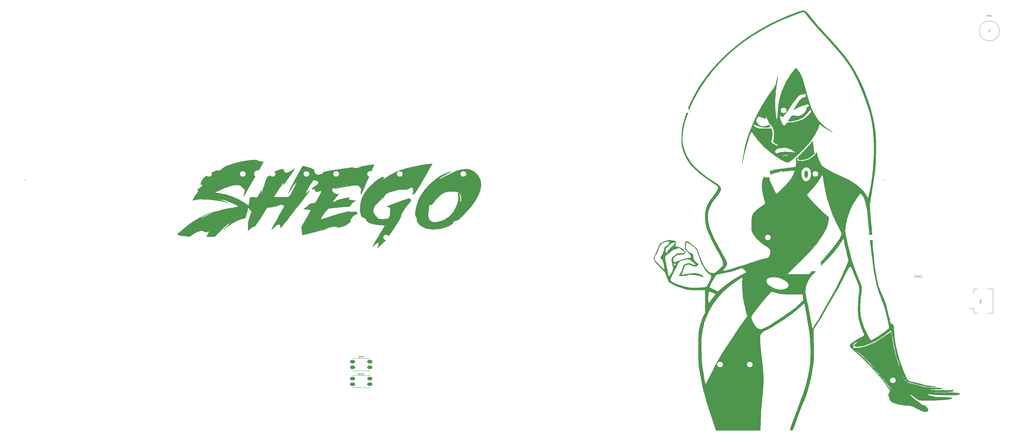
<source format=gbr>
%TF.GenerationSoftware,KiCad,Pcbnew,9.0.4*%
%TF.CreationDate,2025-10-15T10:28:24+01:00*%
%TF.ProjectId,SHEGO75-V2.2,53484547-4f37-4352-9d56-322e322e6b69,rev?*%
%TF.SameCoordinates,Original*%
%TF.FileFunction,Legend,Top*%
%TF.FilePolarity,Positive*%
%FSLAX46Y46*%
G04 Gerber Fmt 4.6, Leading zero omitted, Abs format (unit mm)*
G04 Created by KiCad (PCBNEW 9.0.4) date 2025-10-15 10:28:24*
%MOMM*%
%LPD*%
G01*
G04 APERTURE LIST*
G04 Aperture macros list*
%AMRoundRect*
0 Rectangle with rounded corners*
0 $1 Rounding radius*
0 $2 $3 $4 $5 $6 $7 $8 $9 X,Y pos of 4 corners*
0 Add a 4 corners polygon primitive as box body*
4,1,4,$2,$3,$4,$5,$6,$7,$8,$9,$2,$3,0*
0 Add four circle primitives for the rounded corners*
1,1,$1+$1,$2,$3*
1,1,$1+$1,$4,$5*
1,1,$1+$1,$6,$7*
1,1,$1+$1,$8,$9*
0 Add four rect primitives between the rounded corners*
20,1,$1+$1,$2,$3,$4,$5,0*
20,1,$1+$1,$4,$5,$6,$7,0*
20,1,$1+$1,$6,$7,$8,$9,0*
20,1,$1+$1,$8,$9,$2,$3,0*%
G04 Aperture macros list end*
%ADD10C,0.070000*%
%ADD11C,0.100000*%
%ADD12C,0.120000*%
%ADD13C,0.000000*%
%ADD14C,0.150000*%
%ADD15C,1.700000*%
%ADD16RoundRect,0.250000X-0.475000X-0.250000X0.475000X-0.250000X0.475000X0.250000X-0.475000X0.250000X0*%
%ADD17C,2.200000*%
%ADD18R,1.700000X1.700000*%
%ADD19C,3.987800*%
%ADD20C,1.500000*%
%ADD21C,2.000000*%
%ADD22C,3.200000*%
%ADD23C,1.000000*%
%ADD24R,1.300000X0.300000*%
%ADD25R,2.200000X1.800000*%
G04 APERTURE END LIST*
D10*
X144669047Y-141181407D02*
X144535714Y-140990931D01*
X144440476Y-141181407D02*
X144440476Y-140781407D01*
X144440476Y-140781407D02*
X144592857Y-140781407D01*
X144592857Y-140781407D02*
X144630952Y-140800455D01*
X144630952Y-140800455D02*
X144649999Y-140819502D01*
X144649999Y-140819502D02*
X144669047Y-140857598D01*
X144669047Y-140857598D02*
X144669047Y-140914740D01*
X144669047Y-140914740D02*
X144649999Y-140952836D01*
X144649999Y-140952836D02*
X144630952Y-140971883D01*
X144630952Y-140971883D02*
X144592857Y-140990931D01*
X144592857Y-140990931D02*
X144440476Y-140990931D01*
X144840476Y-140971883D02*
X144973809Y-140971883D01*
X145030952Y-141181407D02*
X144840476Y-141181407D01*
X144840476Y-141181407D02*
X144840476Y-140781407D01*
X144840476Y-140781407D02*
X145030952Y-140781407D01*
X145183333Y-141162360D02*
X145240476Y-141181407D01*
X145240476Y-141181407D02*
X145335714Y-141181407D01*
X145335714Y-141181407D02*
X145373809Y-141162360D01*
X145373809Y-141162360D02*
X145392857Y-141143312D01*
X145392857Y-141143312D02*
X145411904Y-141105217D01*
X145411904Y-141105217D02*
X145411904Y-141067121D01*
X145411904Y-141067121D02*
X145392857Y-141029026D01*
X145392857Y-141029026D02*
X145373809Y-141009979D01*
X145373809Y-141009979D02*
X145335714Y-140990931D01*
X145335714Y-140990931D02*
X145259523Y-140971883D01*
X145259523Y-140971883D02*
X145221428Y-140952836D01*
X145221428Y-140952836D02*
X145202381Y-140933788D01*
X145202381Y-140933788D02*
X145183333Y-140895693D01*
X145183333Y-140895693D02*
X145183333Y-140857598D01*
X145183333Y-140857598D02*
X145202381Y-140819502D01*
X145202381Y-140819502D02*
X145221428Y-140800455D01*
X145221428Y-140800455D02*
X145259523Y-140781407D01*
X145259523Y-140781407D02*
X145354762Y-140781407D01*
X145354762Y-140781407D02*
X145411904Y-140800455D01*
X145583333Y-140971883D02*
X145716666Y-140971883D01*
X145773809Y-141181407D02*
X145583333Y-141181407D01*
X145583333Y-141181407D02*
X145583333Y-140781407D01*
X145583333Y-140781407D02*
X145773809Y-140781407D01*
X145888095Y-140781407D02*
X146116666Y-140781407D01*
X146002380Y-141181407D02*
X146002380Y-140781407D01*
X144707142Y-135821883D02*
X144764285Y-135840931D01*
X144764285Y-135840931D02*
X144783332Y-135859979D01*
X144783332Y-135859979D02*
X144802380Y-135898074D01*
X144802380Y-135898074D02*
X144802380Y-135955217D01*
X144802380Y-135955217D02*
X144783332Y-135993312D01*
X144783332Y-135993312D02*
X144764285Y-136012360D01*
X144764285Y-136012360D02*
X144726190Y-136031407D01*
X144726190Y-136031407D02*
X144573809Y-136031407D01*
X144573809Y-136031407D02*
X144573809Y-135631407D01*
X144573809Y-135631407D02*
X144707142Y-135631407D01*
X144707142Y-135631407D02*
X144745237Y-135650455D01*
X144745237Y-135650455D02*
X144764285Y-135669502D01*
X144764285Y-135669502D02*
X144783332Y-135707598D01*
X144783332Y-135707598D02*
X144783332Y-135745693D01*
X144783332Y-135745693D02*
X144764285Y-135783788D01*
X144764285Y-135783788D02*
X144745237Y-135802836D01*
X144745237Y-135802836D02*
X144707142Y-135821883D01*
X144707142Y-135821883D02*
X144573809Y-135821883D01*
X145049999Y-135631407D02*
X145126190Y-135631407D01*
X145126190Y-135631407D02*
X145164285Y-135650455D01*
X145164285Y-135650455D02*
X145202380Y-135688550D01*
X145202380Y-135688550D02*
X145221428Y-135764740D01*
X145221428Y-135764740D02*
X145221428Y-135898074D01*
X145221428Y-135898074D02*
X145202380Y-135974264D01*
X145202380Y-135974264D02*
X145164285Y-136012360D01*
X145164285Y-136012360D02*
X145126190Y-136031407D01*
X145126190Y-136031407D02*
X145049999Y-136031407D01*
X145049999Y-136031407D02*
X145011904Y-136012360D01*
X145011904Y-136012360D02*
X144973809Y-135974264D01*
X144973809Y-135974264D02*
X144954761Y-135898074D01*
X144954761Y-135898074D02*
X144954761Y-135764740D01*
X144954761Y-135764740D02*
X144973809Y-135688550D01*
X144973809Y-135688550D02*
X145011904Y-135650455D01*
X145011904Y-135650455D02*
X145049999Y-135631407D01*
X145469047Y-135631407D02*
X145545238Y-135631407D01*
X145545238Y-135631407D02*
X145583333Y-135650455D01*
X145583333Y-135650455D02*
X145621428Y-135688550D01*
X145621428Y-135688550D02*
X145640476Y-135764740D01*
X145640476Y-135764740D02*
X145640476Y-135898074D01*
X145640476Y-135898074D02*
X145621428Y-135974264D01*
X145621428Y-135974264D02*
X145583333Y-136012360D01*
X145583333Y-136012360D02*
X145545238Y-136031407D01*
X145545238Y-136031407D02*
X145469047Y-136031407D01*
X145469047Y-136031407D02*
X145430952Y-136012360D01*
X145430952Y-136012360D02*
X145392857Y-135974264D01*
X145392857Y-135974264D02*
X145373809Y-135898074D01*
X145373809Y-135898074D02*
X145373809Y-135764740D01*
X145373809Y-135764740D02*
X145392857Y-135688550D01*
X145392857Y-135688550D02*
X145430952Y-135650455D01*
X145430952Y-135650455D02*
X145469047Y-135631407D01*
X145754762Y-135631407D02*
X145983333Y-135631407D01*
X145869047Y-136031407D02*
X145869047Y-135631407D01*
D11*
X310871999Y-111970800D02*
X310957714Y-111999371D01*
X310957714Y-111999371D02*
X311100571Y-111999371D01*
X311100571Y-111999371D02*
X311157714Y-111970800D01*
X311157714Y-111970800D02*
X311186285Y-111942228D01*
X311186285Y-111942228D02*
X311214856Y-111885085D01*
X311214856Y-111885085D02*
X311214856Y-111827942D01*
X311214856Y-111827942D02*
X311186285Y-111770800D01*
X311186285Y-111770800D02*
X311157714Y-111742228D01*
X311157714Y-111742228D02*
X311100571Y-111713657D01*
X311100571Y-111713657D02*
X310986285Y-111685085D01*
X310986285Y-111685085D02*
X310929142Y-111656514D01*
X310929142Y-111656514D02*
X310900571Y-111627942D01*
X310900571Y-111627942D02*
X310871999Y-111570800D01*
X310871999Y-111570800D02*
X310871999Y-111513657D01*
X310871999Y-111513657D02*
X310900571Y-111456514D01*
X310900571Y-111456514D02*
X310929142Y-111427942D01*
X310929142Y-111427942D02*
X310986285Y-111399371D01*
X310986285Y-111399371D02*
X311129142Y-111399371D01*
X311129142Y-111399371D02*
X311214856Y-111427942D01*
X311414857Y-111399371D02*
X311557714Y-111999371D01*
X311557714Y-111999371D02*
X311672000Y-111570800D01*
X311672000Y-111570800D02*
X311786285Y-111999371D01*
X311786285Y-111999371D02*
X311929143Y-111399371D01*
X312157714Y-111999371D02*
X312157714Y-111399371D01*
X312157714Y-111399371D02*
X312300571Y-111399371D01*
X312300571Y-111399371D02*
X312386285Y-111427942D01*
X312386285Y-111427942D02*
X312443428Y-111485085D01*
X312443428Y-111485085D02*
X312471999Y-111542228D01*
X312471999Y-111542228D02*
X312500571Y-111656514D01*
X312500571Y-111656514D02*
X312500571Y-111742228D01*
X312500571Y-111742228D02*
X312471999Y-111856514D01*
X312471999Y-111856514D02*
X312443428Y-111913657D01*
X312443428Y-111913657D02*
X312386285Y-111970800D01*
X312386285Y-111970800D02*
X312300571Y-111999371D01*
X312300571Y-111999371D02*
X312157714Y-111999371D01*
X312729142Y-111456514D02*
X312757714Y-111427942D01*
X312757714Y-111427942D02*
X312814857Y-111399371D01*
X312814857Y-111399371D02*
X312957714Y-111399371D01*
X312957714Y-111399371D02*
X313014857Y-111427942D01*
X313014857Y-111427942D02*
X313043428Y-111456514D01*
X313043428Y-111456514D02*
X313071999Y-111513657D01*
X313071999Y-111513657D02*
X313071999Y-111570800D01*
X313071999Y-111570800D02*
X313043428Y-111656514D01*
X313043428Y-111656514D02*
X312700571Y-111999371D01*
X312700571Y-111999371D02*
X313071999Y-111999371D01*
D10*
X332689286Y-33499883D02*
X332822619Y-33499883D01*
X332879762Y-33709407D02*
X332689286Y-33709407D01*
X332689286Y-33709407D02*
X332689286Y-33309407D01*
X332689286Y-33309407D02*
X332879762Y-33309407D01*
X333051191Y-33709407D02*
X333051191Y-33309407D01*
X333051191Y-33309407D02*
X333279762Y-33709407D01*
X333279762Y-33709407D02*
X333279762Y-33309407D01*
X333698810Y-33671312D02*
X333679762Y-33690360D01*
X333679762Y-33690360D02*
X333622620Y-33709407D01*
X333622620Y-33709407D02*
X333584524Y-33709407D01*
X333584524Y-33709407D02*
X333527381Y-33690360D01*
X333527381Y-33690360D02*
X333489286Y-33652264D01*
X333489286Y-33652264D02*
X333470239Y-33614169D01*
X333470239Y-33614169D02*
X333451191Y-33537979D01*
X333451191Y-33537979D02*
X333451191Y-33480836D01*
X333451191Y-33480836D02*
X333470239Y-33404645D01*
X333470239Y-33404645D02*
X333489286Y-33366550D01*
X333489286Y-33366550D02*
X333527381Y-33328455D01*
X333527381Y-33328455D02*
X333584524Y-33309407D01*
X333584524Y-33309407D02*
X333622620Y-33309407D01*
X333622620Y-33309407D02*
X333679762Y-33328455D01*
X333679762Y-33328455D02*
X333698810Y-33347502D01*
X334079762Y-33709407D02*
X333851191Y-33709407D01*
X333965477Y-33709407D02*
X333965477Y-33309407D01*
X333965477Y-33309407D02*
X333927381Y-33366550D01*
X333927381Y-33366550D02*
X333889286Y-33404645D01*
X333889286Y-33404645D02*
X333851191Y-33423693D01*
X330581407Y-119828570D02*
X330581407Y-119599999D01*
X330981407Y-119714285D02*
X330581407Y-119714285D01*
X330771883Y-119333332D02*
X330771883Y-119466665D01*
X330981407Y-119466665D02*
X330581407Y-119466665D01*
X330581407Y-119466665D02*
X330581407Y-119276189D01*
X330581407Y-119180951D02*
X330581407Y-118952380D01*
X330981407Y-119066666D02*
X330581407Y-119066666D01*
X330981407Y-118609523D02*
X330981407Y-118838094D01*
X330981407Y-118723808D02*
X330581407Y-118723808D01*
X330581407Y-118723808D02*
X330638550Y-118761904D01*
X330638550Y-118761904D02*
X330676645Y-118799999D01*
X330676645Y-118799999D02*
X330695693Y-118838094D01*
D12*
%TO.C,RES1*%
X147710000Y-144860000D02*
X147710000Y-145110000D01*
X147710000Y-141390000D02*
X147710000Y-141640000D01*
X147710000Y-141390000D02*
X142790000Y-141390000D01*
X142790000Y-145110000D02*
X147710000Y-145110000D01*
X142790000Y-144860000D02*
X142790000Y-145110000D01*
X142790000Y-141390000D02*
X142790000Y-141640000D01*
%TO.C,BOOT1*%
X142796250Y-136252500D02*
X142796250Y-136502500D01*
X142796250Y-139722500D02*
X142796250Y-139972500D01*
X142796250Y-139972500D02*
X147716250Y-139972500D01*
X147716250Y-136252500D02*
X142796250Y-136252500D01*
X147716250Y-136252500D02*
X147716250Y-136502500D01*
X147716250Y-139722500D02*
X147716250Y-139972500D01*
%TO.C,ENC1*%
X333375000Y-37600000D02*
X333375000Y-38600000D01*
X333875000Y-38100000D02*
X332875000Y-38100000D01*
X336375000Y-38100000D02*
G75*
G02*
X330375000Y-38100000I-3000000J0D01*
G01*
X330375000Y-38100000D02*
G75*
G02*
X336375000Y-38100000I3000000J0D01*
G01*
D13*
%TO.C,G\u002A\u002A\u002A*%
G36*
X278801561Y-80116721D02*
G01*
X278977972Y-80447559D01*
X279058245Y-80903883D01*
X279033816Y-81407907D01*
X278896119Y-81881842D01*
X278769995Y-82100144D01*
X278629645Y-82240128D01*
X278477320Y-82195107D01*
X278255034Y-81979178D01*
X278016825Y-81581377D01*
X277921219Y-81107474D01*
X277957008Y-80636414D01*
X278112984Y-80247139D01*
X278377938Y-80018595D01*
X278537575Y-79989155D01*
X278801561Y-80116721D01*
G37*
G36*
X280774368Y-73016394D02*
G01*
X281037121Y-74952948D01*
X280403376Y-75521149D01*
X279405756Y-76222140D01*
X278256804Y-76678004D01*
X277319937Y-76852619D01*
X276800386Y-76902977D01*
X276496308Y-76901672D01*
X276333053Y-76829662D01*
X276235969Y-76667904D01*
X276195935Y-76565905D01*
X276086089Y-76222657D01*
X276047217Y-76008924D01*
X276144723Y-75854258D01*
X276414695Y-75530854D01*
X276823312Y-75076569D01*
X277336751Y-74529262D01*
X277766638Y-74084231D01*
X278384624Y-73446136D01*
X278970957Y-72829978D01*
X279477258Y-72287376D01*
X279855147Y-71869946D01*
X279998837Y-71702601D01*
X280511615Y-71079839D01*
X280774368Y-73016394D01*
G37*
G36*
X275921249Y-49692488D02*
G01*
X276294297Y-50144366D01*
X276623883Y-50625462D01*
X276925473Y-51173542D01*
X277214534Y-51826376D01*
X277506534Y-52621732D01*
X277816939Y-53597377D01*
X278161217Y-54791082D01*
X278464588Y-55902949D01*
X278999710Y-57815704D01*
X279513881Y-59470771D01*
X280022139Y-60900190D01*
X280539523Y-62136000D01*
X281081071Y-63210239D01*
X281661821Y-64154949D01*
X282296810Y-65002168D01*
X283001079Y-65783935D01*
X283192234Y-65975362D01*
X283798376Y-66535781D01*
X284449186Y-67080348D01*
X285056107Y-67537646D01*
X285433421Y-67782821D01*
X285895455Y-68056754D01*
X286239819Y-68272875D01*
X286405273Y-68392417D01*
X286411585Y-68402041D01*
X286299017Y-68426977D01*
X285995237Y-68317816D01*
X285551129Y-68103637D01*
X285017577Y-67813519D01*
X284445468Y-67476541D01*
X283885685Y-67121781D01*
X283389112Y-66778318D01*
X283006636Y-66475230D01*
X282950735Y-66424299D01*
X282656657Y-66178000D01*
X282509426Y-66148617D01*
X282470205Y-66320227D01*
X282398961Y-66651396D01*
X282203441Y-67173817D01*
X281910967Y-67829234D01*
X281548859Y-68559388D01*
X281144439Y-69306022D01*
X280783085Y-69917765D01*
X280221427Y-70747711D01*
X279528855Y-71622012D01*
X278664271Y-72590658D01*
X278096098Y-73186312D01*
X277111010Y-74181229D01*
X276173404Y-75092431D01*
X275310852Y-75895158D01*
X274550928Y-76564652D01*
X273921203Y-77076153D01*
X273449250Y-77404902D01*
X273319386Y-77475623D01*
X273087553Y-77574337D01*
X272878340Y-77604791D01*
X272621905Y-77551892D01*
X272248405Y-77400545D01*
X271687994Y-77135653D01*
X271640650Y-77112801D01*
X270925341Y-76720836D01*
X270056716Y-76170869D01*
X269194169Y-75574510D01*
X271557218Y-75574510D01*
X271574422Y-75683328D01*
X271780309Y-75647977D01*
X271899681Y-75604975D01*
X272345955Y-75522687D01*
X272751600Y-75546207D01*
X273040042Y-75587282D01*
X273084441Y-75527454D01*
X273038027Y-75469885D01*
X272798153Y-75370427D01*
X272416469Y-75342184D01*
X272006241Y-75377154D01*
X271680732Y-75467334D01*
X271557218Y-75574510D01*
X269194169Y-75574510D01*
X269093886Y-75505175D01*
X268095960Y-74766033D01*
X267302006Y-74138056D01*
X269229743Y-74138056D01*
X269236351Y-74501343D01*
X269333848Y-74662890D01*
X269530963Y-74838311D01*
X269761437Y-74852585D01*
X270121030Y-74705340D01*
X270211024Y-74659501D01*
X270713670Y-74493544D01*
X271424402Y-74383879D01*
X272263899Y-74335462D01*
X273152844Y-74353243D01*
X273916705Y-74428104D01*
X274463588Y-74496536D01*
X274888888Y-74532970D01*
X275118943Y-74531610D01*
X275137870Y-74524173D01*
X275074774Y-74410941D01*
X274815625Y-74213108D01*
X274428376Y-73970717D01*
X273980984Y-73723812D01*
X273541403Y-73512437D01*
X273202910Y-73383957D01*
X272482032Y-73245135D01*
X271658641Y-73203914D01*
X270845363Y-73256962D01*
X270154825Y-73400953D01*
X269944809Y-73480270D01*
X269473813Y-73782371D01*
X269229743Y-74138056D01*
X267302006Y-74138056D01*
X267122050Y-73995720D01*
X266273659Y-73274213D01*
X265541815Y-72569249D01*
X264738570Y-71703560D01*
X263941774Y-70767341D01*
X263229277Y-69850789D01*
X262840297Y-69296339D01*
X262548299Y-68877477D01*
X262311084Y-68576647D01*
X262178651Y-68457096D01*
X262176710Y-68456971D01*
X262034628Y-68598386D01*
X261832793Y-69017853D01*
X261573810Y-69708208D01*
X261260287Y-70662287D01*
X260894828Y-71872927D01*
X260742992Y-72398351D01*
X260419627Y-73545387D01*
X260159793Y-74512057D01*
X259939500Y-75396520D01*
X259734757Y-76296937D01*
X259521570Y-77311467D01*
X259422883Y-77799500D01*
X259344758Y-78137101D01*
X259291066Y-78272315D01*
X259278168Y-78237431D01*
X259294473Y-77852770D01*
X259366478Y-77238899D01*
X259484135Y-76451064D01*
X259637399Y-75544510D01*
X259816224Y-74574484D01*
X260010564Y-73596232D01*
X260210373Y-72664998D01*
X260405606Y-71836028D01*
X260525762Y-71376512D01*
X260902948Y-70156892D01*
X261405235Y-68753948D01*
X262004342Y-67232774D01*
X262487919Y-66092501D01*
X262909286Y-66092501D01*
X262909286Y-66407083D01*
X262994327Y-66649184D01*
X263282599Y-66878224D01*
X263602677Y-67041730D01*
X263931110Y-67176206D01*
X264274159Y-67268514D01*
X264697348Y-67326906D01*
X265266198Y-67359636D01*
X266046232Y-67374955D01*
X266263699Y-67376894D01*
X267054339Y-67384608D01*
X267601258Y-67399184D01*
X267952685Y-67429145D01*
X268156847Y-67483018D01*
X268261972Y-67569326D01*
X268316290Y-67696595D01*
X268329320Y-67742010D01*
X268416544Y-68279080D01*
X268443939Y-68968661D01*
X268415518Y-69697880D01*
X268335293Y-70353865D01*
X268220938Y-70791295D01*
X268094510Y-71203753D01*
X268124145Y-71513573D01*
X268344569Y-71775620D01*
X268790509Y-72044758D01*
X269113309Y-72201189D01*
X269609737Y-72423598D01*
X269898835Y-72522881D01*
X270032322Y-72510564D01*
X270062160Y-72412631D01*
X269940138Y-72275283D01*
X269660723Y-72139434D01*
X269238589Y-71934804D01*
X268907565Y-71710826D01*
X268699284Y-71514371D01*
X268625560Y-71313385D01*
X268665621Y-70998670D01*
X268725093Y-70751566D01*
X268858951Y-69935656D01*
X268880759Y-69069853D01*
X268800294Y-68225933D01*
X268627337Y-67475673D01*
X268371664Y-66890852D01*
X268163852Y-66631710D01*
X267743740Y-66154867D01*
X267310733Y-65507421D01*
X266930174Y-64800043D01*
X266667405Y-64143408D01*
X266641334Y-64052964D01*
X266431948Y-63274788D01*
X266422341Y-63895190D01*
X266408815Y-64274132D01*
X266386166Y-64493232D01*
X266376240Y-64514916D01*
X266233480Y-64463452D01*
X265895908Y-64329569D01*
X265463884Y-64153439D01*
X264855307Y-63918530D01*
X264444868Y-63819679D01*
X264168404Y-63864747D01*
X263961749Y-64061593D01*
X263790874Y-64358391D01*
X263615428Y-64745557D01*
X263579988Y-65027360D01*
X263673899Y-65348512D01*
X263711243Y-65439732D01*
X264128232Y-66071244D01*
X264765280Y-66525900D01*
X265261732Y-66709775D01*
X265653144Y-66781893D01*
X266014095Y-66744429D01*
X266475867Y-66580501D01*
X266566581Y-66541966D01*
X267308822Y-66222663D01*
X267616784Y-66530626D01*
X267924747Y-66838588D01*
X267524180Y-66990883D01*
X266894079Y-67119728D01*
X266097783Y-67121889D01*
X265225423Y-67010448D01*
X264367126Y-66798487D01*
X263613025Y-66499089D01*
X263423006Y-66395603D01*
X262909286Y-66092501D01*
X262487919Y-66092501D01*
X262671989Y-65658464D01*
X263379898Y-64096113D01*
X264099788Y-62610814D01*
X264803379Y-61267663D01*
X265282159Y-60428236D01*
X265569113Y-59966236D01*
X265972922Y-59341909D01*
X266455364Y-58611773D01*
X266978219Y-57832341D01*
X267503263Y-57060131D01*
X267992277Y-56351657D01*
X268407037Y-55763436D01*
X268709323Y-55351984D01*
X268754657Y-55293680D01*
X269260672Y-54466088D01*
X269484020Y-53758497D01*
X269620655Y-53152326D01*
X269771229Y-52565613D01*
X269917367Y-52060781D01*
X270040694Y-51700249D01*
X270122836Y-51546439D01*
X270134824Y-51547644D01*
X270130550Y-51703896D01*
X270076103Y-52081239D01*
X269981602Y-52615100D01*
X269909556Y-52985318D01*
X269798787Y-53617065D01*
X269675355Y-54452744D01*
X269550917Y-55405352D01*
X269437132Y-56387882D01*
X269382143Y-56921488D01*
X269287015Y-57959898D01*
X269228830Y-58804343D01*
X269206163Y-59550278D01*
X269217589Y-60293160D01*
X269261682Y-61128446D01*
X269309380Y-61795074D01*
X269404171Y-62894403D01*
X269499792Y-63712776D01*
X269595743Y-64247674D01*
X269691524Y-64496580D01*
X269786633Y-64456976D01*
X269821257Y-64369615D01*
X269855189Y-64143755D01*
X269894887Y-63692281D01*
X269912457Y-63426932D01*
X270672292Y-63426932D01*
X270676462Y-63650074D01*
X270711264Y-63981407D01*
X270843755Y-64633832D01*
X271078060Y-65322481D01*
X271368851Y-65932167D01*
X271623118Y-66298477D01*
X271878906Y-66513238D01*
X272060388Y-66547129D01*
X272105838Y-66448296D01*
X272196401Y-66278160D01*
X272419920Y-65999906D01*
X272476688Y-65937376D01*
X272734244Y-65703488D01*
X273018092Y-65583069D01*
X273436389Y-65540587D01*
X273694141Y-65537431D01*
X274559707Y-65465517D01*
X275552055Y-65269940D01*
X276549880Y-64980950D01*
X277431874Y-64628793D01*
X277529484Y-64581063D01*
X278011755Y-64281325D01*
X278575396Y-63845776D01*
X279111362Y-63359918D01*
X279195311Y-63274928D01*
X279624837Y-62818189D01*
X279875459Y-62505803D01*
X279980661Y-62281795D01*
X279973924Y-62090194D01*
X279949153Y-62014699D01*
X279817544Y-61669040D01*
X279435658Y-62179960D01*
X278928842Y-62780863D01*
X278316674Y-63391565D01*
X277676875Y-63942843D01*
X277087167Y-64365474D01*
X276808657Y-64519740D01*
X276314685Y-64712074D01*
X275711821Y-64888089D01*
X275059993Y-65037940D01*
X274419131Y-65151782D01*
X273849161Y-65219772D01*
X273410014Y-65232063D01*
X273161617Y-65178811D01*
X273127677Y-65124432D01*
X273205983Y-64951157D01*
X273410793Y-64615884D01*
X273683357Y-64212076D01*
X273962547Y-63825266D01*
X274190873Y-63588694D01*
X274445126Y-63477409D01*
X274802101Y-63466458D01*
X275338590Y-63530888D01*
X275642700Y-63575423D01*
X276102505Y-63612472D01*
X276503452Y-63549048D01*
X276979948Y-63359055D01*
X277131410Y-63286385D01*
X277881343Y-62789795D01*
X278378536Y-62152650D01*
X278629121Y-61383072D01*
X278749938Y-60995279D01*
X278952763Y-60866309D01*
X278961528Y-60866167D01*
X279257258Y-60801237D01*
X279327240Y-60573277D01*
X279295544Y-60407342D01*
X279200907Y-60216783D01*
X278996362Y-60167688D01*
X278691018Y-60209489D01*
X277958779Y-60391163D01*
X277146484Y-60664121D01*
X276360526Y-60986895D01*
X275707300Y-61318017D01*
X275483768Y-61459557D01*
X275123000Y-61699460D01*
X274874461Y-61841453D01*
X274807386Y-61859806D01*
X274851547Y-61713510D01*
X275021079Y-61379913D01*
X275281585Y-60916077D01*
X275598667Y-60379060D01*
X275937928Y-59825922D01*
X276264971Y-59313723D01*
X276545399Y-58899520D01*
X276744815Y-58640375D01*
X276754447Y-58629946D01*
X277153680Y-58323881D01*
X277652096Y-58086235D01*
X277762447Y-58052256D01*
X278153215Y-57924343D01*
X278333872Y-57770450D01*
X278382198Y-57516072D01*
X278382849Y-57457997D01*
X278382849Y-57029919D01*
X277577371Y-57113052D01*
X277053221Y-57208564D01*
X276598604Y-57361330D01*
X276418659Y-57461923D01*
X276144371Y-57733233D01*
X275738125Y-58225608D01*
X275220641Y-58911259D01*
X274612637Y-59762400D01*
X273934831Y-60751242D01*
X273662745Y-61158121D01*
X272957037Y-62190168D01*
X272366528Y-62989468D01*
X271896831Y-63549186D01*
X271553554Y-63862492D01*
X271385226Y-63931684D01*
X271106325Y-63822098D01*
X270876026Y-63603236D01*
X270733049Y-63424548D01*
X270672292Y-63426932D01*
X269912457Y-63426932D01*
X269935340Y-63081334D01*
X269970560Y-62398926D01*
X270168150Y-60225758D01*
X270571442Y-58184764D01*
X271201351Y-56194904D01*
X272078790Y-54175137D01*
X272108530Y-54114508D01*
X272654648Y-53087479D01*
X273296751Y-52012532D01*
X273976320Y-50980697D01*
X274634834Y-50083001D01*
X274939057Y-49711565D01*
X275430338Y-49140296D01*
X275921249Y-49692488D01*
G37*
G36*
X278005460Y-32003790D02*
G01*
X278313940Y-32103474D01*
X278572611Y-32282535D01*
X278808527Y-32535925D01*
X278929138Y-32692604D01*
X279829824Y-33866512D01*
X280890041Y-35174266D01*
X282054931Y-36551528D01*
X283269640Y-37933963D01*
X284479313Y-39257233D01*
X284965622Y-39772489D01*
X286786783Y-41724088D01*
X288395788Y-43545029D01*
X289818474Y-45273756D01*
X291080680Y-46948712D01*
X292208245Y-48608341D01*
X293227007Y-50291087D01*
X294162805Y-52035393D01*
X295041477Y-53879703D01*
X295888861Y-55862461D01*
X296052412Y-56267891D01*
X297039869Y-58885490D01*
X297845701Y-61368272D01*
X298479429Y-63774014D01*
X298950577Y-66160496D01*
X299268668Y-68585497D01*
X299443224Y-71106796D01*
X299483769Y-73782172D01*
X299403173Y-76598273D01*
X299348231Y-77665444D01*
X299284640Y-78645956D01*
X299206605Y-79586208D01*
X299108331Y-80532602D01*
X298984024Y-81531536D01*
X298827888Y-82629412D01*
X298634130Y-83872629D01*
X298396953Y-85307588D01*
X298110564Y-86980689D01*
X298096129Y-87064041D01*
X297929856Y-88053428D01*
X297787317Y-88959546D01*
X297674588Y-89738796D01*
X297597746Y-90347582D01*
X297562868Y-90742304D01*
X297566195Y-90866089D01*
X297601701Y-91111625D01*
X297649913Y-91590934D01*
X297705774Y-92246378D01*
X297764227Y-93020316D01*
X297797184Y-93498675D01*
X297861736Y-94382705D01*
X297935121Y-95246883D01*
X298009912Y-96012005D01*
X298078684Y-96598869D01*
X298104526Y-96776512D01*
X298159147Y-97224321D01*
X298219313Y-97899169D01*
X298280310Y-98736323D01*
X298337424Y-99671046D01*
X298385943Y-100638605D01*
X298386221Y-100644903D01*
X298435462Y-101653367D01*
X298493214Y-102668163D01*
X298554564Y-103613169D01*
X298614597Y-104412261D01*
X298664237Y-104951224D01*
X298749587Y-105747842D01*
X298848698Y-106675259D01*
X298944531Y-107573950D01*
X298976120Y-107870765D01*
X299074508Y-108665933D01*
X299213042Y-109608850D01*
X299380028Y-110634839D01*
X299563770Y-111679222D01*
X299752575Y-112677320D01*
X299934749Y-113564458D01*
X300098597Y-114275956D01*
X300203441Y-114658696D01*
X300371309Y-115118733D01*
X300629453Y-115734650D01*
X300933676Y-116403183D01*
X301078121Y-116702374D01*
X301614521Y-117886155D01*
X302093730Y-119127938D01*
X302482887Y-120333492D01*
X302749131Y-121408588D01*
X302783507Y-121592604D01*
X302925046Y-122254309D01*
X303123153Y-123004120D01*
X303293159Y-123552367D01*
X303464368Y-124100400D01*
X303587494Y-124579380D01*
X303636799Y-124888703D01*
X303636872Y-124895786D01*
X303709904Y-125350114D01*
X303894622Y-125732590D01*
X304139454Y-125951061D01*
X304239076Y-125971914D01*
X304431389Y-126013861D01*
X304576206Y-126165221D01*
X304683522Y-126464270D01*
X304763327Y-126949284D01*
X304825614Y-127658540D01*
X304867873Y-128380535D01*
X304954790Y-129645225D01*
X305087113Y-130814429D01*
X305280059Y-131980188D01*
X305548841Y-133234545D01*
X305905513Y-134657546D01*
X306499116Y-136749814D01*
X307130470Y-138675674D01*
X307783495Y-140388505D01*
X308239488Y-141424283D01*
X308550251Y-142072620D01*
X308782959Y-142507874D01*
X308978626Y-142783532D01*
X309178264Y-142953080D01*
X309422885Y-143070006D01*
X309532371Y-143110414D01*
X310077654Y-143275567D01*
X310637776Y-143403371D01*
X310716757Y-143416819D01*
X311108716Y-143497381D01*
X311687696Y-143638929D01*
X312361187Y-143818181D01*
X312772267Y-143934174D01*
X314144539Y-144285417D01*
X315428068Y-144526232D01*
X316551505Y-144644152D01*
X316892901Y-144654080D01*
X317280556Y-144685151D01*
X317438760Y-144765596D01*
X317431700Y-144802948D01*
X317252736Y-144871438D01*
X316858542Y-144922697D01*
X316325724Y-144947788D01*
X316180241Y-144948926D01*
X315456510Y-144912128D01*
X314596903Y-144797319D01*
X313567226Y-144597878D01*
X312333284Y-144307181D01*
X310862734Y-143919115D01*
X310244791Y-143752043D01*
X309641358Y-143592847D01*
X309221190Y-143485571D01*
X308760232Y-143316325D01*
X308458844Y-143030306D01*
X308315285Y-142790326D01*
X308141574Y-142493341D01*
X308036616Y-142375258D01*
X308023180Y-142394328D01*
X308131431Y-142770309D01*
X308427903Y-143162455D01*
X308829196Y-143479882D01*
X309140847Y-143612307D01*
X309583835Y-143723063D01*
X309974135Y-143822142D01*
X310377756Y-143926855D01*
X310860705Y-144054515D01*
X311488990Y-144222433D01*
X312328619Y-144447920D01*
X312395493Y-144465898D01*
X313195024Y-144673840D01*
X313857893Y-144823518D01*
X314471717Y-144927258D01*
X315124113Y-144997379D01*
X315902697Y-145046206D01*
X316774803Y-145081808D01*
X317683589Y-145118204D01*
X318338515Y-145155666D01*
X318777651Y-145199017D01*
X319039068Y-145253077D01*
X319160836Y-145322669D01*
X319183424Y-145386857D01*
X319142410Y-145478786D01*
X318989847Y-145539364D01*
X318681455Y-145573245D01*
X318172954Y-145585082D01*
X317420063Y-145579531D01*
X317358711Y-145578636D01*
X316600930Y-145572578D01*
X316108840Y-145582714D01*
X315856509Y-145611315D01*
X315818008Y-145660651D01*
X315898941Y-145706442D01*
X316162950Y-145756499D01*
X316661264Y-145797870D01*
X317336348Y-145830028D01*
X318130666Y-145852450D01*
X318986685Y-145864608D01*
X319846868Y-145865978D01*
X320653681Y-145856034D01*
X321349588Y-145834250D01*
X321877055Y-145800102D01*
X322139458Y-145763443D01*
X322467103Y-145714935D01*
X322597855Y-145790026D01*
X322613884Y-145904052D01*
X322566053Y-146066350D01*
X322495626Y-146152133D01*
X322331235Y-146265807D01*
X322310233Y-146280287D01*
X322294758Y-146287251D01*
X322295018Y-146287618D01*
X321963531Y-146352352D01*
X320383157Y-146416565D01*
X319534232Y-146429354D01*
X318994566Y-146446569D01*
X318726120Y-146451483D01*
X303451711Y-146464000D01*
X303534606Y-146173497D01*
X303702641Y-145839012D01*
X303731728Y-145802778D01*
X303803330Y-145685171D01*
X303798793Y-145532848D01*
X303695833Y-145304569D01*
X303472166Y-144959094D01*
X303105507Y-144455183D01*
X302745742Y-143978065D01*
X302180533Y-143245890D01*
X301558321Y-142459979D01*
X301268595Y-142102374D01*
X307724228Y-142102374D01*
X307797217Y-142175362D01*
X307870205Y-142102374D01*
X307797217Y-142029385D01*
X307724228Y-142102374D01*
X301268595Y-142102374D01*
X301032059Y-141810420D01*
X300958954Y-141720188D01*
X300510076Y-141182232D01*
X300035732Y-140617384D01*
X299588595Y-140069940D01*
X299230652Y-139616526D01*
X299075274Y-139408653D01*
X298832167Y-139109845D01*
X298791149Y-139059429D01*
X298334590Y-138554349D01*
X297747772Y-137935497D01*
X297072868Y-137244962D01*
X296352050Y-136524827D01*
X295627492Y-135817181D01*
X294941368Y-135164107D01*
X294335851Y-134607694D01*
X293853114Y-134190026D01*
X293813367Y-134157632D01*
X293371257Y-133786880D01*
X293033044Y-133478364D01*
X292851508Y-133281284D01*
X292834573Y-133245276D01*
X292968114Y-133185548D01*
X293319197Y-133142444D01*
X293813514Y-133124840D01*
X293843249Y-133124788D01*
X294773154Y-133036470D01*
X295884302Y-132780497D01*
X297128955Y-132370340D01*
X298443772Y-131826552D01*
X298866656Y-131609941D01*
X299440588Y-131281662D01*
X300114167Y-130874850D01*
X300835992Y-130422641D01*
X301554664Y-129958171D01*
X302218781Y-129514574D01*
X302776942Y-129124987D01*
X303177747Y-128822544D01*
X303354677Y-128660729D01*
X303641162Y-128481253D01*
X303800723Y-128453523D01*
X304006700Y-128534856D01*
X304074062Y-128821422D01*
X304074803Y-128875206D01*
X304103331Y-129181663D01*
X304182131Y-129717828D01*
X304301028Y-130427782D01*
X304449846Y-131255606D01*
X304618412Y-132145379D01*
X304796550Y-133041183D01*
X304974085Y-133887099D01*
X305047266Y-134219615D01*
X305171207Y-134717912D01*
X305344370Y-135340421D01*
X305549827Y-136034387D01*
X305770652Y-136747053D01*
X305989918Y-137425664D01*
X306190697Y-138017463D01*
X306356064Y-138469695D01*
X306469090Y-138729602D01*
X306499724Y-138747085D01*
X306483126Y-138757826D01*
X306554895Y-139071340D01*
X306556412Y-139109845D01*
X307476880Y-141396884D01*
X307578251Y-141810420D01*
X307651240Y-141883408D01*
X307724228Y-141810420D01*
X307481974Y-141385252D01*
X306653730Y-139207163D01*
X306515233Y-138737051D01*
X306512143Y-138739050D01*
X306489330Y-138614373D01*
X306390341Y-138248122D01*
X306228447Y-137734724D01*
X306119157Y-137412613D01*
X305687891Y-136029170D01*
X305262661Y-134387453D01*
X304850973Y-132521140D01*
X304460337Y-130463908D01*
X304146230Y-128563006D01*
X304052714Y-128211369D01*
X303926783Y-128024718D01*
X303895112Y-128015592D01*
X303700617Y-128103248D01*
X303368134Y-128330250D01*
X303062359Y-128571536D01*
X301819673Y-129532522D01*
X300518735Y-130400190D01*
X299195298Y-131159499D01*
X297885111Y-131795408D01*
X296623929Y-132292879D01*
X295447502Y-132636869D01*
X294391582Y-132812340D01*
X293491922Y-132804251D01*
X293155953Y-132738978D01*
X292899186Y-132583329D01*
X292905318Y-132341246D01*
X293166696Y-132036016D01*
X293456887Y-131823132D01*
X293821010Y-131562518D01*
X293925746Y-131427557D01*
X293774781Y-131427512D01*
X293371798Y-131571645D01*
X293358966Y-131576992D01*
X292901974Y-131863695D01*
X292677098Y-132273191D01*
X292655845Y-132859769D01*
X292661010Y-132906845D01*
X292728222Y-133179556D01*
X292891152Y-133449745D01*
X293193973Y-133771185D01*
X293680858Y-134197645D01*
X293808924Y-134304171D01*
X294329824Y-134755924D01*
X294963871Y-135338181D01*
X295668372Y-136008354D01*
X296400632Y-136723855D01*
X297117958Y-137442097D01*
X297777657Y-138120492D01*
X298337034Y-138716454D01*
X298753397Y-139187394D01*
X298935710Y-139418202D01*
X299199507Y-139765084D01*
X299593153Y-140256419D01*
X300055098Y-140816195D01*
X300364099Y-141182232D01*
X300982848Y-141922650D01*
X301596945Y-142684076D01*
X302179872Y-143430762D01*
X302705110Y-144126961D01*
X303146140Y-144736927D01*
X303476443Y-145224913D01*
X303669501Y-145555172D01*
X303705328Y-145686145D01*
X303537614Y-145817387D01*
X303337138Y-145693552D01*
X303086031Y-145301793D01*
X303035375Y-145204385D01*
X302718454Y-144662874D01*
X302255697Y-143977335D01*
X301698910Y-143218621D01*
X301099903Y-142457583D01*
X300566793Y-141828404D01*
X300101028Y-141295081D01*
X299582066Y-140690967D01*
X299232290Y-140277661D01*
X298756751Y-139739493D01*
X298111482Y-139050900D01*
X297342765Y-138257864D01*
X296496885Y-137406367D01*
X295620123Y-136542389D01*
X294758764Y-135711913D01*
X293959091Y-134960919D01*
X293267387Y-134335389D01*
X293132194Y-134217355D01*
X292585461Y-133732729D01*
X292120421Y-133299439D01*
X291782192Y-132961045D01*
X291615896Y-132761108D01*
X291608945Y-132746754D01*
X291586622Y-132435189D01*
X291759301Y-132090100D01*
X292142261Y-131698945D01*
X292750783Y-131249185D01*
X293600146Y-130728279D01*
X294705629Y-130123688D01*
X294978164Y-129981598D01*
X295404200Y-129732231D01*
X295714717Y-129497058D01*
X295819919Y-129368454D01*
X295806990Y-129125868D01*
X295687396Y-128719961D01*
X295525632Y-128325880D01*
X294968209Y-127009177D01*
X294542097Y-125732806D01*
X294241376Y-124446826D01*
X294060127Y-123101294D01*
X293992429Y-121646268D01*
X294032361Y-120031806D01*
X294174005Y-118207966D01*
X294245130Y-117523536D01*
X294342398Y-116611404D01*
X294397818Y-115913689D01*
X294400029Y-115354447D01*
X294337667Y-114857739D01*
X294199369Y-114347620D01*
X293973773Y-113748150D01*
X293649516Y-112983386D01*
X293521613Y-112688006D01*
X293198463Y-111924251D01*
X292869095Y-111116155D01*
X292581653Y-110383117D01*
X292448640Y-110027057D01*
X292171960Y-109348480D01*
X291927477Y-108944375D01*
X291701196Y-108800937D01*
X291479122Y-108904361D01*
X291401454Y-108994142D01*
X291280494Y-109197267D01*
X291051851Y-109621191D01*
X290736857Y-110224813D01*
X290356842Y-110967028D01*
X289933138Y-111806735D01*
X289711683Y-112250075D01*
X289233266Y-113196156D01*
X288746667Y-114131878D01*
X288283400Y-114998545D01*
X287874981Y-115737462D01*
X287552922Y-116289933D01*
X287477935Y-116410420D01*
X287210474Y-116844918D01*
X286826735Y-117488688D01*
X286353171Y-118296314D01*
X285816233Y-119222383D01*
X285242375Y-120221478D01*
X284658049Y-121248185D01*
X284587041Y-121373638D01*
X283698224Y-122933254D01*
X282937647Y-124242244D01*
X282299807Y-125309501D01*
X281779201Y-126143918D01*
X281370327Y-126754390D01*
X281067682Y-127149808D01*
X280919911Y-127300261D01*
X280860205Y-127385743D01*
X280814810Y-127550767D01*
X280782994Y-127825271D01*
X280764027Y-128239198D01*
X280757176Y-128822486D01*
X280761711Y-129605076D01*
X280776899Y-130616909D01*
X280802010Y-131887925D01*
X280804725Y-132015741D01*
X280831219Y-133298046D01*
X280848780Y-134336666D01*
X280855424Y-135179788D01*
X280849168Y-135875600D01*
X280828027Y-136472287D01*
X280790020Y-137018036D01*
X280733162Y-137561035D01*
X280655470Y-138149469D01*
X280554961Y-138831526D01*
X280512721Y-139109845D01*
X280133240Y-141321035D01*
X279686033Y-143435131D01*
X279182376Y-145410519D01*
X278633547Y-147205585D01*
X278050823Y-148778715D01*
X277645056Y-149691964D01*
X277385741Y-150275121D01*
X277042452Y-151121616D01*
X276620720Y-152216891D01*
X276126076Y-153546388D01*
X275564051Y-155095548D01*
X275135001Y-156298638D01*
X274885207Y-156993681D01*
X274702111Y-157458705D01*
X274557564Y-157739810D01*
X274423419Y-157883095D01*
X274271529Y-157934662D01*
X274132291Y-157940880D01*
X273799513Y-157874479D01*
X273711585Y-157726424D01*
X273765164Y-157433038D01*
X273919105Y-156898667D01*
X274163214Y-156152538D01*
X274487296Y-155223881D01*
X274881157Y-154141921D01*
X275334604Y-152935887D01*
X275826143Y-151663868D01*
X276195000Y-150704795D01*
X276622379Y-149566712D01*
X277072347Y-148346864D01*
X277508971Y-147142493D01*
X277821969Y-146262719D01*
X278187598Y-145111895D01*
X278554338Y-143755748D01*
X278903628Y-142280248D01*
X279216907Y-140771361D01*
X279475614Y-139315056D01*
X279661188Y-137997301D01*
X279713016Y-137504098D01*
X279780638Y-136412451D01*
X279808368Y-135113685D01*
X279797920Y-133689656D01*
X279751007Y-132222218D01*
X279669341Y-130793228D01*
X279554636Y-129484540D01*
X279542936Y-129377123D01*
X279447233Y-128595119D01*
X279320184Y-127676976D01*
X279168814Y-126663082D01*
X279000148Y-125593825D01*
X278821212Y-124509592D01*
X278639031Y-123450772D01*
X278460631Y-122457751D01*
X278293037Y-121570918D01*
X278143275Y-120830660D01*
X278018369Y-120277365D01*
X277925347Y-119951422D01*
X277891785Y-119885064D01*
X277777455Y-119962768D01*
X277498953Y-120202850D01*
X277102063Y-120564821D01*
X276767878Y-120878965D01*
X275976110Y-121590736D01*
X275030824Y-122375827D01*
X274028472Y-123156718D01*
X273065503Y-123855888D01*
X273054688Y-123863391D01*
X271872017Y-124668999D01*
X270704634Y-125437335D01*
X269589115Y-126146095D01*
X268562031Y-126772973D01*
X267659956Y-127295664D01*
X266919465Y-127691862D01*
X266377131Y-127939262D01*
X266362321Y-127944901D01*
X265606341Y-128328849D01*
X265083599Y-128811477D01*
X264817577Y-129368146D01*
X264788611Y-129596074D01*
X264784918Y-130920844D01*
X264859512Y-132449235D01*
X265014192Y-134209424D01*
X265172527Y-135606397D01*
X265356905Y-137137662D01*
X265507129Y-138462569D01*
X265623399Y-139627577D01*
X265705918Y-140679147D01*
X265754888Y-141663741D01*
X265770510Y-142627820D01*
X265752986Y-143617845D01*
X265702519Y-144680277D01*
X265619310Y-145861576D01*
X265503561Y-147208204D01*
X265355474Y-148766622D01*
X265235001Y-149985132D01*
X265134469Y-151113177D01*
X265044992Y-152342294D01*
X264972664Y-153570842D01*
X264923576Y-154697177D01*
X264904703Y-155495495D01*
X264879976Y-157940341D01*
X258197914Y-157940610D01*
X251515853Y-157940880D01*
X251361717Y-157539443D01*
X251268424Y-157275875D01*
X251102484Y-156786454D01*
X250881210Y-156123072D01*
X250621914Y-155337625D01*
X250351170Y-154510420D01*
X250063174Y-153626861D01*
X249789360Y-152786908D01*
X249549304Y-152050601D01*
X249362579Y-151477982D01*
X249256548Y-151152948D01*
X249091715Y-150625579D01*
X248869202Y-149881698D01*
X248607918Y-148986524D01*
X248326772Y-148005276D01*
X248044671Y-147003172D01*
X247859914Y-146335707D01*
X247653137Y-145520731D01*
X247419188Y-144497483D01*
X247174055Y-143346079D01*
X246933724Y-142146630D01*
X246714183Y-140979250D01*
X246531420Y-139924053D01*
X246401421Y-139061152D01*
X246388799Y-138963868D01*
X246327894Y-138306807D01*
X246278946Y-137427261D01*
X246241988Y-136376675D01*
X246217054Y-135206494D01*
X246204177Y-133968163D01*
X246203391Y-132713129D01*
X246207511Y-132269768D01*
X247161982Y-132269768D01*
X247178330Y-133815231D01*
X247189291Y-134365592D01*
X247219439Y-135585131D01*
X247256226Y-136611803D01*
X247306815Y-137508520D01*
X247378371Y-138338197D01*
X247478059Y-139163747D01*
X247613043Y-140048084D01*
X247790489Y-141054121D01*
X248017561Y-142244773D01*
X248181573Y-143078840D01*
X248374798Y-144055307D01*
X250068168Y-140743208D01*
X250587464Y-139738333D01*
X251119257Y-138728551D01*
X251632108Y-137772178D01*
X252094576Y-136927530D01*
X252475223Y-136252922D01*
X252640814Y-135971339D01*
X253083880Y-135246850D01*
X253616847Y-134392102D01*
X254168608Y-133520378D01*
X254610861Y-132832834D01*
X255085829Y-132104055D01*
X255617416Y-131292122D01*
X256181442Y-130433582D01*
X256753727Y-129564983D01*
X257310094Y-128722871D01*
X257826362Y-127943793D01*
X258278352Y-127264297D01*
X258641884Y-126720930D01*
X258892780Y-126350239D01*
X259005126Y-126190880D01*
X259137557Y-126016887D01*
X259399757Y-125665370D01*
X259748719Y-125194150D01*
X260002395Y-124850107D01*
X260481944Y-124198644D01*
X262121336Y-124198644D01*
X262236873Y-124601247D01*
X262466346Y-125134398D01*
X262566879Y-125355399D01*
X262940872Y-126111806D01*
X263287186Y-126647124D01*
X263652950Y-127022468D01*
X264052357Y-127281796D01*
X264564624Y-127496287D01*
X265042882Y-127546258D01*
X265571263Y-127424648D01*
X266233898Y-127124398D01*
X266292644Y-127093804D01*
X266700369Y-126879248D01*
X267045155Y-126693346D01*
X267367522Y-126510770D01*
X267707992Y-126306191D01*
X268107087Y-126054281D01*
X268605328Y-125729711D01*
X269243236Y-125307154D01*
X270061332Y-124761280D01*
X270593719Y-124405362D01*
X271853971Y-123557986D01*
X272902883Y-122840486D01*
X273775631Y-122226316D01*
X274507388Y-121688929D01*
X275133330Y-121201779D01*
X275688630Y-120738320D01*
X276208464Y-120272005D01*
X276728006Y-119776288D01*
X276730270Y-119774074D01*
X277632289Y-118892029D01*
X277552222Y-118011199D01*
X277472155Y-117130369D01*
X274314571Y-117122031D01*
X273285405Y-117118895D01*
X272482725Y-117110273D01*
X271841077Y-117088121D01*
X271295006Y-117044397D01*
X270779054Y-116971058D01*
X270227767Y-116860059D01*
X269575688Y-116703359D01*
X268757364Y-116492915D01*
X268365452Y-116391011D01*
X268277610Y-116370552D01*
X268191215Y-116373514D01*
X268085384Y-116421935D01*
X267939236Y-116537854D01*
X267731886Y-116743309D01*
X267442454Y-117060340D01*
X267050057Y-117510985D01*
X266533811Y-118117283D01*
X265872836Y-118901273D01*
X265046247Y-119884994D01*
X264979490Y-119964469D01*
X264483583Y-120568834D01*
X263903952Y-121296499D01*
X263329379Y-122035225D01*
X263030866Y-122427936D01*
X262574500Y-123041237D01*
X262278533Y-123491929D01*
X262131351Y-123853301D01*
X262121336Y-124198644D01*
X260481944Y-124198644D01*
X260881897Y-123655312D01*
X260369969Y-121784590D01*
X260143005Y-120895655D01*
X259921180Y-119923672D01*
X259732399Y-118996515D01*
X259620242Y-118348976D01*
X259534887Y-117655359D01*
X259464407Y-116827983D01*
X259428306Y-116225045D01*
X278321816Y-116225045D01*
X278390893Y-117074905D01*
X278560853Y-118087780D01*
X278745392Y-118965017D01*
X278879030Y-119568439D01*
X279044715Y-120316189D01*
X279211267Y-121067566D01*
X279246765Y-121227661D01*
X279857547Y-124318269D01*
X280147678Y-126081397D01*
X280242093Y-126630718D01*
X280332617Y-127048676D01*
X280403981Y-127268180D01*
X280421737Y-127285707D01*
X280532527Y-127168767D01*
X280742084Y-126860531D01*
X281007319Y-126424875D01*
X281037215Y-126373351D01*
X281346087Y-125862892D01*
X281643954Y-125410918D01*
X281860598Y-125122413D01*
X282004384Y-124910699D01*
X282266267Y-124477285D01*
X282626013Y-123857573D01*
X283063384Y-123086963D01*
X283558143Y-122200857D01*
X284090054Y-121234654D01*
X284238815Y-120962068D01*
X284779745Y-119974347D01*
X285290641Y-119051543D01*
X285750842Y-118230192D01*
X286139693Y-117546832D01*
X286436534Y-117038001D01*
X286620708Y-116740236D01*
X286647233Y-116702374D01*
X286845458Y-116383458D01*
X287141764Y-115835905D01*
X287517432Y-115098651D01*
X287953742Y-114210630D01*
X288431975Y-113210777D01*
X288933410Y-112138027D01*
X289439329Y-111031315D01*
X289931011Y-109929577D01*
X290202096Y-109308630D01*
X291190380Y-107024082D01*
X290763459Y-105367251D01*
X290544494Y-104476500D01*
X290312215Y-103465184D01*
X290102735Y-102493005D01*
X290015208Y-102058039D01*
X289693877Y-100405658D01*
X288823105Y-101760088D01*
X288423939Y-102365774D01*
X288037994Y-102925090D01*
X287717622Y-103363475D01*
X287560426Y-103558446D01*
X287290239Y-103869081D01*
X286898586Y-104324988D01*
X286452254Y-104848283D01*
X286249395Y-105087318D01*
X285893908Y-105490446D01*
X285372338Y-106059695D01*
X284723791Y-106753498D01*
X283987370Y-107530286D01*
X283202183Y-108348492D01*
X282528672Y-109042375D01*
X281683645Y-109911157D01*
X281016709Y-110607150D01*
X280499817Y-111164314D01*
X280104921Y-111616605D01*
X279803975Y-111997982D01*
X279568929Y-112342401D01*
X279371737Y-112683822D01*
X279184350Y-113056201D01*
X279144520Y-113139615D01*
X278764975Y-113995485D01*
X278504348Y-114751143D01*
X278358131Y-115472394D01*
X278321816Y-116225045D01*
X259428306Y-116225045D01*
X259410370Y-115925488D01*
X259374345Y-115006511D01*
X259357900Y-114129689D01*
X259362605Y-113353660D01*
X259366766Y-113260096D01*
X266659131Y-113260096D01*
X266840504Y-113810095D01*
X267106603Y-114188630D01*
X267447941Y-114472330D01*
X267971003Y-114804476D01*
X268582920Y-115134336D01*
X269190821Y-115411181D01*
X269624228Y-115563913D01*
X270214550Y-115658715D01*
X270933987Y-115675038D01*
X271651064Y-115617651D01*
X272234304Y-115491322D01*
X272301922Y-115466799D01*
X272712329Y-115228840D01*
X273058768Y-114898115D01*
X273255759Y-114563574D01*
X273273654Y-114455631D01*
X273132482Y-113962770D01*
X272723558Y-113455679D01*
X272068774Y-112956804D01*
X271499233Y-112636219D01*
X270855988Y-112333805D01*
X270321789Y-112150354D01*
X269759225Y-112048319D01*
X269163601Y-111998020D01*
X268173202Y-111996971D01*
X267434173Y-112133906D01*
X266939437Y-112411002D01*
X266707373Y-112753934D01*
X266659131Y-113260096D01*
X259366766Y-113260096D01*
X259390027Y-112737061D01*
X259441736Y-112338529D01*
X259457929Y-112281862D01*
X259466883Y-112170787D01*
X259362569Y-112163635D01*
X259114323Y-112274715D01*
X258691479Y-112518339D01*
X258063373Y-112908816D01*
X257920904Y-112999133D01*
X255788661Y-114511592D01*
X253856312Y-116207109D01*
X252139864Y-118066702D01*
X250655319Y-120071386D01*
X249418683Y-122202178D01*
X248583744Y-124074213D01*
X248391951Y-124565637D01*
X248226906Y-124982740D01*
X248151532Y-125169040D01*
X248023155Y-125564523D01*
X247866899Y-126174745D01*
X247698493Y-126925770D01*
X247533660Y-127743656D01*
X247388130Y-128554467D01*
X247279910Y-129267043D01*
X247212607Y-130004937D01*
X247173353Y-131002757D01*
X247161982Y-132269768D01*
X246207511Y-132269768D01*
X246214730Y-131492837D01*
X246238227Y-130358732D01*
X246273915Y-129362260D01*
X246321828Y-128554866D01*
X246381646Y-127990289D01*
X246554400Y-127111421D01*
X246807374Y-126136724D01*
X247111900Y-125156567D01*
X247439310Y-124261317D01*
X247760935Y-123541341D01*
X247839418Y-123395167D01*
X248238596Y-122687431D01*
X248238596Y-119265124D01*
X248238596Y-118156765D01*
X249205312Y-118156765D01*
X249214037Y-118723762D01*
X249251998Y-119178415D01*
X249253624Y-119189442D01*
X249357066Y-119879245D01*
X249655095Y-119385637D01*
X249894271Y-119024629D01*
X250244494Y-118537051D01*
X250633367Y-118023455D01*
X250664993Y-117982959D01*
X251376862Y-117073889D01*
X251048534Y-116864247D01*
X250699988Y-116688122D01*
X250263445Y-116526585D01*
X249833972Y-116407231D01*
X249506638Y-116357651D01*
X249386353Y-116381820D01*
X249316343Y-116589951D01*
X249260286Y-117009035D01*
X249222002Y-117558248D01*
X249205312Y-118156765D01*
X248238596Y-118156765D01*
X248238596Y-115842817D01*
X245805208Y-115862460D01*
X244893124Y-115867251D01*
X244201081Y-115859322D01*
X243657203Y-115830549D01*
X243189615Y-115772809D01*
X242726439Y-115677981D01*
X242195800Y-115537941D01*
X241717852Y-115400550D01*
X240870771Y-115123565D01*
X239948135Y-114773355D01*
X239089397Y-114404753D01*
X238677102Y-114204938D01*
X238057051Y-113879621D01*
X237647389Y-113639134D01*
X237396382Y-113439743D01*
X237252298Y-113237714D01*
X237163401Y-112989312D01*
X237141730Y-112906971D01*
X237123289Y-112846152D01*
X237912106Y-112846152D01*
X238003930Y-113043875D01*
X238245745Y-113231683D01*
X238677102Y-113468102D01*
X239729026Y-113976611D01*
X240734625Y-114370259D01*
X241785288Y-114677048D01*
X242972404Y-114924981D01*
X243932274Y-115078330D01*
X244211536Y-115094462D01*
X244715112Y-115100809D01*
X245375526Y-115097302D01*
X246125298Y-115083871D01*
X246252099Y-115080718D01*
X247137572Y-115048283D01*
X247188927Y-115044426D01*
X249629035Y-115044426D01*
X249634250Y-115063682D01*
X249784209Y-115138649D01*
X250125813Y-115298451D01*
X250584068Y-115509011D01*
X251083979Y-115736253D01*
X251550552Y-115946099D01*
X251908790Y-116104472D01*
X252083699Y-116177297D01*
X252087450Y-116178388D01*
X252213463Y-116094907D01*
X252505056Y-115860600D01*
X252909484Y-115518477D01*
X253109289Y-115345132D01*
X253663174Y-114876329D01*
X254243457Y-114409552D01*
X254738555Y-114034172D01*
X254807562Y-113984934D01*
X255369694Y-113589347D01*
X255983485Y-113157674D01*
X256271139Y-112955478D01*
X256680664Y-112687567D01*
X257271989Y-112326313D01*
X257969786Y-111916651D01*
X258698725Y-111503521D01*
X258787893Y-111454089D01*
X259479044Y-111071969D01*
X272908711Y-111071969D01*
X276120205Y-111074879D01*
X277064664Y-111071037D01*
X277913359Y-111058656D01*
X278621912Y-111039112D01*
X279145946Y-111013781D01*
X279441082Y-110984039D01*
X279486138Y-110970541D01*
X279682488Y-110773875D01*
X279859207Y-110542865D01*
X280027354Y-110340012D01*
X280364111Y-109967724D01*
X280833360Y-109464708D01*
X281398982Y-108869673D01*
X282024858Y-108221325D01*
X282040401Y-108205348D01*
X283709135Y-106439968D01*
X285200436Y-104758428D01*
X286500470Y-103178012D01*
X287595404Y-101716003D01*
X288471404Y-100389684D01*
X288908275Y-99624717D01*
X289107478Y-99228863D01*
X289174672Y-98980387D01*
X289118925Y-98771061D01*
X288996909Y-98566869D01*
X288777427Y-98186119D01*
X288605137Y-97859041D01*
X290254898Y-97859041D01*
X290266664Y-98310210D01*
X290324817Y-98821494D01*
X290434463Y-99473924D01*
X290559508Y-100135469D01*
X290729510Y-100980491D01*
X290913758Y-101836418D01*
X291090354Y-102604762D01*
X291237397Y-103187033D01*
X291240820Y-103199500D01*
X291405686Y-103806892D01*
X291555595Y-104374392D01*
X291659786Y-104785426D01*
X291664554Y-104805247D01*
X292301081Y-107134938D01*
X293114350Y-109569505D01*
X294070357Y-112011773D01*
X294646296Y-113326633D01*
X294934317Y-114042367D01*
X295107614Y-114716534D01*
X295173668Y-115429483D01*
X295139961Y-116261562D01*
X295014973Y-117286282D01*
X294819257Y-118906054D01*
X294713278Y-120444689D01*
X294699034Y-121842418D01*
X294778521Y-123039472D01*
X294813906Y-123304599D01*
X295235249Y-125228466D01*
X295916980Y-127177433D01*
X296838350Y-129097861D01*
X297469171Y-130169265D01*
X297953394Y-130936155D01*
X298568984Y-130623065D01*
X299034806Y-130365974D01*
X299596149Y-130028372D01*
X299990840Y-129775533D01*
X300862725Y-129187515D01*
X301567627Y-128685383D01*
X302189815Y-128206326D01*
X302813555Y-127687535D01*
X302950308Y-127569669D01*
X303380912Y-127196734D01*
X303202959Y-126109899D01*
X302962987Y-124853686D01*
X302642431Y-123478498D01*
X302271315Y-122099242D01*
X301879660Y-120830822D01*
X301660354Y-120205822D01*
X301410213Y-119529371D01*
X301175296Y-118889782D01*
X300988674Y-118377295D01*
X300911434Y-118162144D01*
X300723950Y-117666628D01*
X300530837Y-117203347D01*
X300502221Y-117140115D01*
X300231769Y-116450579D01*
X299941456Y-115531862D01*
X299645387Y-114444752D01*
X299357667Y-113250040D01*
X299092399Y-112008514D01*
X298863688Y-110780965D01*
X298685637Y-109628182D01*
X298605607Y-108965592D01*
X298549529Y-108481109D01*
X298463106Y-107796096D01*
X298357797Y-106998970D01*
X298245057Y-106178148D01*
X298236754Y-106119040D01*
X297923499Y-103740460D01*
X297620032Y-101138143D01*
X297333589Y-98380294D01*
X297071403Y-95535119D01*
X296920554Y-93710994D01*
X296757041Y-92082045D01*
X296541930Y-90711470D01*
X296269589Y-89569331D01*
X295987962Y-88753467D01*
X295713481Y-88138544D01*
X295423599Y-87584723D01*
X295153304Y-87150585D01*
X294937581Y-86894711D01*
X294851786Y-86851072D01*
X294716026Y-86964528D01*
X294459640Y-87271366D01*
X294119899Y-87719402D01*
X293734078Y-88256449D01*
X293339450Y-88830321D01*
X292973289Y-89388832D01*
X292672867Y-89879795D01*
X292610977Y-89988414D01*
X291956040Y-91315358D01*
X291362631Y-92811517D01*
X290866043Y-94370354D01*
X290501571Y-95885333D01*
X290350097Y-96812929D01*
X290284412Y-97386957D01*
X290254898Y-97859041D01*
X288605137Y-97859041D01*
X288468440Y-97599534D01*
X288099304Y-96867940D01*
X287699375Y-96052165D01*
X287298010Y-95213036D01*
X286924565Y-94411381D01*
X286608398Y-93708026D01*
X286378864Y-93163798D01*
X286336330Y-93054098D01*
X285471122Y-90611588D01*
X284774300Y-88305832D01*
X284223882Y-86052229D01*
X283797887Y-83766176D01*
X283633962Y-82653236D01*
X283545635Y-82067895D01*
X283459814Y-81610571D01*
X283389308Y-81344800D01*
X283361831Y-81303295D01*
X283253169Y-81422346D01*
X283059425Y-81731768D01*
X282857922Y-82098194D01*
X282476358Y-82767533D01*
X282018478Y-83445693D01*
X281445763Y-84183302D01*
X280719694Y-85030987D01*
X280128916Y-85685003D01*
X279653556Y-86213572D01*
X279255663Y-86675602D01*
X278975091Y-87023416D01*
X278851694Y-87209334D01*
X278849983Y-87215009D01*
X278902934Y-87466191D01*
X278995960Y-87598736D01*
X279192946Y-87832990D01*
X279473964Y-88196404D01*
X279612180Y-88382834D01*
X279972575Y-88827089D01*
X280500047Y-89414130D01*
X281144728Y-90094307D01*
X281856752Y-90817975D01*
X282586249Y-91535488D01*
X283283354Y-92197198D01*
X283898199Y-92753458D01*
X284380915Y-93154623D01*
X284477389Y-93226507D01*
X284936297Y-93568848D01*
X285219649Y-93849311D01*
X285350921Y-94144332D01*
X285353587Y-94530345D01*
X285251122Y-95083786D01*
X285164178Y-95462719D01*
X284982903Y-96187240D01*
X284789977Y-96815672D01*
X284557273Y-97408206D01*
X284256667Y-98025035D01*
X283860030Y-98726353D01*
X283339237Y-99572352D01*
X282981442Y-100133983D01*
X282396806Y-100998116D01*
X281731708Y-101887337D01*
X280962170Y-102828950D01*
X280064217Y-103850256D01*
X279013871Y-104978559D01*
X277787156Y-106241162D01*
X276416049Y-107610160D01*
X272908711Y-111071969D01*
X259479044Y-111071969D01*
X260570955Y-110468279D01*
X260243856Y-110061683D01*
X259830508Y-109641129D01*
X259414973Y-109374188D01*
X259065016Y-109299834D01*
X258967907Y-109327832D01*
X258707659Y-109432393D01*
X258245822Y-109595617D01*
X257660383Y-109792058D01*
X257029330Y-109996270D01*
X256430651Y-110182807D01*
X255942331Y-110326224D01*
X255756412Y-110375683D01*
X255400386Y-110455085D01*
X254842626Y-110569278D01*
X254168688Y-110701064D01*
X253659828Y-110797137D01*
X252746025Y-110982430D01*
X252082687Y-111159195D01*
X251629526Y-111345366D01*
X251346256Y-111558877D01*
X251192590Y-111817664D01*
X251165563Y-111907514D01*
X251030271Y-112258670D01*
X250888552Y-112460024D01*
X250754659Y-112647119D01*
X250550280Y-113009374D01*
X250308500Y-113478113D01*
X250062401Y-113984662D01*
X249845069Y-114460347D01*
X249689585Y-114836494D01*
X249629035Y-115044426D01*
X247188927Y-115044426D01*
X247776543Y-115000293D01*
X248214297Y-114931204D01*
X248496114Y-114835471D01*
X248561306Y-114797944D01*
X248801910Y-114542580D01*
X249098438Y-114090820D01*
X249411268Y-113522146D01*
X249700773Y-112916036D01*
X249927329Y-112351971D01*
X250051312Y-111909431D01*
X250063309Y-111785203D01*
X249990675Y-111460491D01*
X249731443Y-111178310D01*
X249515895Y-111028567D01*
X248848275Y-110519019D01*
X248341539Y-109912776D01*
X248008999Y-109330535D01*
X247768735Y-108887869D01*
X247539090Y-108521729D01*
X247456303Y-108411953D01*
X247364728Y-108295785D01*
X247277146Y-108152595D01*
X247178098Y-107942918D01*
X247052128Y-107627287D01*
X246883777Y-107166237D01*
X246657587Y-106520302D01*
X246358099Y-105650016D01*
X246243735Y-105316167D01*
X245986827Y-104580151D01*
X245784821Y-104060139D01*
X245602711Y-103694367D01*
X245405489Y-103421075D01*
X245158149Y-103178499D01*
X244919890Y-102980535D01*
X244138788Y-102379793D01*
X243497692Y-101947386D01*
X243017537Y-101695895D01*
X242719256Y-101637902D01*
X242696850Y-101644478D01*
X242548501Y-101842395D01*
X242478052Y-102234074D01*
X242486571Y-102731610D01*
X242575124Y-103247103D01*
X242673780Y-103544622D01*
X243031311Y-104093496D01*
X243552608Y-104530128D01*
X244108941Y-104760293D01*
X244417853Y-104895145D01*
X244605665Y-105200524D01*
X244659416Y-105370522D01*
X244760590Y-105842274D01*
X244807017Y-106270544D01*
X244807322Y-106294876D01*
X244898570Y-106659376D01*
X245189851Y-107063341D01*
X245709677Y-107543391D01*
X245896213Y-107693397D01*
X246183028Y-108014136D01*
X246221737Y-108295829D01*
X246055382Y-108521117D01*
X245727005Y-108672640D01*
X245279648Y-108733037D01*
X244756352Y-108684949D01*
X244200160Y-108511014D01*
X244047565Y-108439018D01*
X243621385Y-108252143D01*
X243286263Y-108211110D01*
X242902881Y-108293712D01*
X242521969Y-108431438D01*
X242264511Y-108615322D01*
X242071032Y-108917094D01*
X241882056Y-109408485D01*
X241817720Y-109602467D01*
X241635553Y-110119031D01*
X241450416Y-110579909D01*
X241361277Y-110770283D01*
X241242070Y-111038598D01*
X241310136Y-111153281D01*
X241616008Y-111202375D01*
X241985290Y-111189395D01*
X242228308Y-111092892D01*
X242463441Y-110994956D01*
X242860903Y-110940355D01*
X243005434Y-110936282D01*
X243536427Y-110903148D01*
X244145935Y-110819677D01*
X244374244Y-110775801D01*
X245337542Y-110713310D01*
X246362438Y-110928727D01*
X246959326Y-111167524D01*
X247282665Y-111374931D01*
X247555945Y-111643226D01*
X247711579Y-111893629D01*
X247701677Y-112032779D01*
X247554423Y-112003027D01*
X247229775Y-111873264D01*
X246960692Y-111749241D01*
X246485444Y-111582746D01*
X245848745Y-111443320D01*
X245129337Y-111338575D01*
X244405964Y-111276122D01*
X243757370Y-111263575D01*
X243262298Y-111308545D01*
X243060211Y-111372180D01*
X242807364Y-111449427D01*
X242384506Y-111524341D01*
X241869055Y-111589719D01*
X241338430Y-111638363D01*
X240870052Y-111663071D01*
X240541338Y-111656643D01*
X240428826Y-111616911D01*
X240492642Y-111451703D01*
X240661016Y-111101430D01*
X240899342Y-110637678D01*
X240933031Y-110573969D01*
X241202318Y-110015937D01*
X241419477Y-109474535D01*
X241535429Y-109075608D01*
X241681098Y-108565384D01*
X241941217Y-108227411D01*
X242382240Y-107999301D01*
X242812267Y-107876805D01*
X243290627Y-107778331D01*
X243625566Y-107776671D01*
X243953065Y-107883967D01*
X244191285Y-107999935D01*
X244625877Y-108185152D01*
X245015173Y-108290575D01*
X245288388Y-108304547D01*
X245374736Y-108215413D01*
X245367715Y-108193644D01*
X245200291Y-107978577D01*
X244871178Y-107662754D01*
X244458793Y-107311510D01*
X244041553Y-106990180D01*
X243697875Y-106764102D01*
X243587988Y-106710802D01*
X243207142Y-106653419D01*
X242678504Y-106683357D01*
X242077490Y-106782315D01*
X241479520Y-106931992D01*
X240960012Y-107114086D01*
X240594383Y-107310295D01*
X240462175Y-107469328D01*
X240344446Y-107685728D01*
X240265824Y-107724788D01*
X240152626Y-107843860D01*
X240136872Y-107952678D01*
X240068369Y-108154366D01*
X239879587Y-108559153D01*
X239595617Y-109116946D01*
X239241547Y-109777655D01*
X239043529Y-110135487D01*
X238643182Y-110878212D01*
X238306613Y-111554498D01*
X238059333Y-112109442D01*
X237926854Y-112488137D01*
X237912207Y-112570366D01*
X237912106Y-112846152D01*
X237123289Y-112846152D01*
X237004918Y-112455771D01*
X236856099Y-112084423D01*
X236828254Y-112031109D01*
X236684607Y-111702756D01*
X236534353Y-111253093D01*
X236501800Y-111137348D01*
X236396188Y-110859916D01*
X236205148Y-110547123D01*
X235898137Y-110161638D01*
X235444615Y-109666128D01*
X234814041Y-109023262D01*
X234589126Y-108799407D01*
X233894748Y-108104750D01*
X233391503Y-107566997D01*
X233062024Y-107138691D01*
X232917530Y-106832878D01*
X233095228Y-106832878D01*
X234233233Y-107899235D01*
X234737595Y-108376870D01*
X235189323Y-108813715D01*
X235528067Y-109150931D01*
X235662785Y-109292973D01*
X235885422Y-109504591D01*
X236015958Y-109558668D01*
X236016860Y-109557827D01*
X236024021Y-109394267D01*
X235985431Y-109019786D01*
X235909273Y-108510389D01*
X235895206Y-108427572D01*
X235696232Y-107516134D01*
X235462003Y-106877589D01*
X235195586Y-106519448D01*
X235093033Y-106460855D01*
X235008752Y-106370556D01*
X236320213Y-106370556D01*
X236364819Y-106805560D01*
X236465275Y-107429586D01*
X236605228Y-108148772D01*
X236721463Y-108673638D01*
X236884683Y-109403334D01*
X237028369Y-110104850D01*
X237133960Y-110684295D01*
X237175931Y-110972776D01*
X237244301Y-111376716D01*
X237330151Y-111626662D01*
X237374453Y-111666167D01*
X237530082Y-111560215D01*
X237774106Y-111295231D01*
X237862283Y-111183884D01*
X238257638Y-110563793D01*
X238543042Y-109915911D01*
X238673531Y-109346531D01*
X238677102Y-109257630D01*
X238630892Y-108919552D01*
X238511202Y-108428422D01*
X238430237Y-108164312D01*
X238859414Y-108164312D01*
X239005550Y-108372523D01*
X239232927Y-108509662D01*
X239376466Y-108379012D01*
X239406987Y-108154103D01*
X239299594Y-107916269D01*
X239115033Y-107870765D01*
X238865437Y-107950823D01*
X238859414Y-108164312D01*
X238430237Y-108164312D01*
X238383479Y-108011787D01*
X238217292Y-107343568D01*
X238170111Y-106729526D01*
X238237986Y-106234019D01*
X238416970Y-105921404D01*
X238515288Y-105863224D01*
X238757510Y-105720267D01*
X239109666Y-105452006D01*
X239306053Y-105284481D01*
X239659609Y-104997879D01*
X239966316Y-104855389D01*
X240354892Y-104813896D01*
X240692835Y-104819962D01*
X241372210Y-104809950D01*
X241869069Y-104732306D01*
X242141494Y-104595949D01*
X242180550Y-104503456D01*
X242070436Y-104369982D01*
X242043452Y-104367316D01*
X241867481Y-104278281D01*
X241550929Y-104047353D01*
X241242853Y-103793061D01*
X240579353Y-103218806D01*
X239648963Y-103484874D01*
X238934854Y-103706658D01*
X238451782Y-103906273D01*
X238143400Y-104112982D01*
X237953358Y-104356049D01*
X237946235Y-104369151D01*
X237712265Y-104633817D01*
X237355891Y-104881883D01*
X237336220Y-104892244D01*
X236786444Y-105222373D01*
X236469102Y-105555742D01*
X236333368Y-105966306D01*
X236320213Y-106370556D01*
X235008752Y-106370556D01*
X234906586Y-106261094D01*
X234925932Y-105945830D01*
X235074659Y-105692604D01*
X235286587Y-105358950D01*
X235529150Y-104861340D01*
X235680945Y-104494974D01*
X236374487Y-104494974D01*
X236437203Y-104636943D01*
X236648198Y-104580210D01*
X236788998Y-104508157D01*
X237015405Y-104323792D01*
X237071355Y-104200716D01*
X237171115Y-103954031D01*
X237423204Y-103600494D01*
X237756837Y-103221552D01*
X238101229Y-102898653D01*
X238350892Y-102728438D01*
X238687709Y-102473526D01*
X238990718Y-102102850D01*
X239011623Y-102068178D01*
X239287885Y-101593753D01*
X238835137Y-101593753D01*
X238509523Y-101655953D01*
X238129805Y-101865943D01*
X237635801Y-102258808D01*
X237520555Y-102360132D01*
X237058813Y-102780901D01*
X236767790Y-103094344D01*
X236595979Y-103382486D01*
X236491874Y-103727353D01*
X236420590Y-104111857D01*
X236374487Y-104494974D01*
X235680945Y-104494974D01*
X235762662Y-104297745D01*
X235947435Y-103766132D01*
X236043782Y-103364472D01*
X236049516Y-103286148D01*
X236142880Y-102938518D01*
X236304976Y-102808861D01*
X236625926Y-102624217D01*
X236983724Y-102318548D01*
X237297532Y-101974522D01*
X237486509Y-101674811D01*
X237509286Y-101577282D01*
X237442299Y-101349231D01*
X237215964Y-101268979D01*
X236792220Y-101331688D01*
X236418751Y-101438636D01*
X235701257Y-101694411D01*
X235207946Y-101963161D01*
X234874311Y-102301393D01*
X234635847Y-102765617D01*
X234519650Y-103102262D01*
X234275847Y-103839859D01*
X234055347Y-104388246D01*
X233814921Y-104842483D01*
X233538790Y-105259197D01*
X233354386Y-105632731D01*
X233212500Y-106114651D01*
X233192968Y-106220499D01*
X233095228Y-106832878D01*
X232917530Y-106832878D01*
X232888942Y-106772373D01*
X232854892Y-106420583D01*
X232942506Y-106035863D01*
X233134415Y-105570753D01*
X233287746Y-105243178D01*
X233572861Y-104612857D01*
X233890172Y-103868375D01*
X234171504Y-103169731D01*
X234174218Y-103162707D01*
X234400618Y-102612381D01*
X234613778Y-102155895D01*
X234775808Y-101872798D01*
X234806027Y-101836256D01*
X235106778Y-101630954D01*
X235590054Y-101398267D01*
X236172987Y-101167429D01*
X236772709Y-100967677D01*
X237306349Y-100828245D01*
X237691038Y-100778370D01*
X237777304Y-100788019D01*
X238186343Y-100874530D01*
X238680445Y-100956634D01*
X238750091Y-100966363D01*
X239190700Y-101060979D01*
X239425719Y-101238938D01*
X239498613Y-101567798D01*
X239459019Y-102068178D01*
X239369374Y-102761569D01*
X239870521Y-102761569D01*
X240311672Y-102844876D01*
X240822778Y-103065380D01*
X241344134Y-103378956D01*
X241816034Y-103741477D01*
X242178772Y-104108820D01*
X242372643Y-104436858D01*
X242377711Y-104614502D01*
X242184388Y-104942020D01*
X241847396Y-105139736D01*
X241312644Y-105230515D01*
X240890385Y-105243178D01*
X240349246Y-105258298D01*
X239977917Y-105330620D01*
X239654736Y-105500587D01*
X239304693Y-105770300D01*
X238933611Y-106097266D01*
X238748619Y-106351179D01*
X238696451Y-106626157D01*
X238705750Y-106828634D01*
X238763494Y-107185840D01*
X238912795Y-107346763D01*
X239225395Y-107405654D01*
X239788486Y-107331854D01*
X240101257Y-107176160D01*
X240483726Y-106982048D01*
X241070967Y-106763379D01*
X241780033Y-106545159D01*
X242527980Y-106352393D01*
X243231861Y-106210087D01*
X243384861Y-106186244D01*
X243844698Y-106072383D01*
X244060534Y-105885549D01*
X244031061Y-105605432D01*
X243754976Y-105211722D01*
X243291936Y-104741003D01*
X242778459Y-104234524D01*
X242451955Y-103823832D01*
X242271086Y-103422749D01*
X242194513Y-102945098D01*
X242180550Y-102424098D01*
X242222778Y-101763910D01*
X242359953Y-101359710D01*
X242607815Y-101186483D01*
X242945034Y-101209056D01*
X243238504Y-101355273D01*
X243677991Y-101655786D01*
X244202205Y-102059314D01*
X244749857Y-102514577D01*
X245259660Y-102970293D01*
X245670323Y-103375181D01*
X245920559Y-103677962D01*
X245944314Y-103718575D01*
X246077234Y-104022745D01*
X246271819Y-104531157D01*
X246500723Y-105169997D01*
X246711377Y-105789121D01*
X247194737Y-107075153D01*
X247735748Y-108211495D01*
X248314614Y-109168172D01*
X248911539Y-109915207D01*
X249506728Y-110422625D01*
X249898125Y-110614764D01*
X250446188Y-110738663D01*
X250943480Y-110703685D01*
X251442802Y-110487624D01*
X251996953Y-110068272D01*
X252609901Y-109474191D01*
X253602218Y-108446329D01*
X253537519Y-107666145D01*
X253478827Y-107274914D01*
X253352394Y-106852589D01*
X253134428Y-106341391D01*
X252801137Y-105683540D01*
X252472295Y-105079225D01*
X251649510Y-103569025D01*
X250894730Y-102135226D01*
X250221943Y-100806775D01*
X249645137Y-99612616D01*
X249178302Y-98581695D01*
X248835428Y-97742958D01*
X248633234Y-97135634D01*
X248338232Y-95668221D01*
X248222047Y-94188694D01*
X248281566Y-92757784D01*
X248513675Y-91436220D01*
X248915259Y-90284733D01*
X248992754Y-90124829D01*
X249293592Y-89599470D01*
X249700166Y-88977822D01*
X250129391Y-88386273D01*
X250169777Y-88334383D01*
X250909909Y-87365301D01*
X251460348Y-86584299D01*
X251834412Y-85969638D01*
X252045416Y-85499581D01*
X252106987Y-85172243D01*
X252092510Y-84990175D01*
X252025798Y-84822787D01*
X251871928Y-84639122D01*
X251595980Y-84408224D01*
X251163030Y-84099137D01*
X250538157Y-83680905D01*
X250099803Y-83392999D01*
X248847136Y-82536605D01*
X247630737Y-81636963D01*
X246489802Y-80727328D01*
X245463523Y-79840957D01*
X244591096Y-79011104D01*
X243911712Y-78271026D01*
X243621969Y-77896589D01*
X242673792Y-76389036D01*
X241941932Y-74871023D01*
X241453346Y-73399017D01*
X241430712Y-73306530D01*
X241309498Y-72755934D01*
X241229126Y-72252382D01*
X241184658Y-71720755D01*
X241171157Y-71085931D01*
X241183061Y-70313283D01*
X241489157Y-70313283D01*
X241496864Y-71102637D01*
X241506568Y-71231828D01*
X241782531Y-72836731D01*
X242310422Y-74469045D01*
X243064495Y-76065985D01*
X244019005Y-77564768D01*
X244205244Y-77812948D01*
X244795625Y-78492244D01*
X245589683Y-79274998D01*
X246537746Y-80119577D01*
X247590142Y-80984347D01*
X248697199Y-81827673D01*
X249809246Y-82607922D01*
X250335350Y-82951071D01*
X251242575Y-83535300D01*
X251926369Y-84000560D01*
X252416166Y-84373812D01*
X252741405Y-84682014D01*
X252931519Y-84952127D01*
X253015946Y-85211110D01*
X253027547Y-85416788D01*
X252954176Y-85888964D01*
X252744991Y-86408921D01*
X252377132Y-87016519D01*
X251827736Y-87751615D01*
X251368226Y-88309845D01*
X250364691Y-89669229D01*
X249648753Y-91041000D01*
X249216969Y-92444221D01*
X249065893Y-93897955D01*
X249192081Y-95421267D01*
X249592087Y-97033217D01*
X249722316Y-97418106D01*
X249984312Y-98084142D01*
X250360411Y-98941090D01*
X250819867Y-99926372D01*
X251331931Y-100977414D01*
X251865859Y-102031639D01*
X252390904Y-103026471D01*
X252876319Y-103899334D01*
X253065061Y-104221339D01*
X253617093Y-105173677D01*
X254092479Y-106051940D01*
X254472282Y-106817188D01*
X254737564Y-107430481D01*
X254869388Y-107852878D01*
X254880550Y-107954542D01*
X254849513Y-108157144D01*
X254736753Y-108410904D01*
X254512799Y-108765039D01*
X254148178Y-109268762D01*
X253885265Y-109616564D01*
X253715616Y-109859421D01*
X253678955Y-110000165D01*
X253808301Y-110042970D01*
X254136671Y-109992015D01*
X254697085Y-109851475D01*
X255029461Y-109761299D01*
X255659766Y-109579211D01*
X256439848Y-109340259D01*
X257243725Y-109083466D01*
X257621611Y-108958426D01*
X258265020Y-108750973D01*
X258828418Y-108585016D01*
X259240772Y-108480580D01*
X259408454Y-108454673D01*
X259656753Y-108404489D01*
X260107762Y-108268587D01*
X260692826Y-108068942D01*
X261218956Y-107875174D01*
X262262366Y-107496014D01*
X263332330Y-107138443D01*
X264362369Y-106822414D01*
X265286003Y-106567882D01*
X266036752Y-106394803D01*
X266307523Y-106347772D01*
X266777688Y-106244499D01*
X267087711Y-106054159D01*
X267369346Y-105695561D01*
X267371714Y-105691987D01*
X267741424Y-104947596D01*
X267827551Y-104265987D01*
X267631390Y-103653752D01*
X267154234Y-103117487D01*
X266821048Y-102886142D01*
X265372980Y-101931964D01*
X264207350Y-100988537D01*
X263315270Y-100047505D01*
X262687848Y-99100509D01*
X262594859Y-98912901D01*
X262387098Y-98455284D01*
X262248854Y-98083524D01*
X262166314Y-97717440D01*
X262125664Y-97276854D01*
X262113093Y-96681587D01*
X262113643Y-96119615D01*
X262137036Y-94996255D01*
X262214617Y-94108186D01*
X262372475Y-93400100D01*
X262636698Y-92816691D01*
X263033376Y-92302650D01*
X263588597Y-91802670D01*
X264328450Y-91261445D01*
X264442045Y-91183469D01*
X264971739Y-90815462D01*
X265456213Y-90468078D01*
X265806822Y-90205124D01*
X265858255Y-90164072D01*
X266013850Y-90039781D01*
X266118267Y-89929128D01*
X266168133Y-89785120D01*
X266160072Y-89560768D01*
X266090709Y-89209081D01*
X265956669Y-88683069D01*
X265754577Y-87935740D01*
X265677899Y-87652949D01*
X265520990Y-86941825D01*
X265386149Y-86094986D01*
X265297226Y-85268664D01*
X265284596Y-85076913D01*
X265303812Y-83729493D01*
X265524344Y-82587840D01*
X265890437Y-81776354D01*
X267392697Y-81776354D01*
X267462278Y-82141241D01*
X267502886Y-82296905D01*
X267672099Y-82834091D01*
X267921138Y-83506766D01*
X268221943Y-84250774D01*
X268546457Y-85001956D01*
X268866619Y-85696157D01*
X269154371Y-86269220D01*
X269381655Y-86656986D01*
X269447872Y-86744165D01*
X269543213Y-86838436D01*
X269646359Y-86877019D01*
X269785732Y-86837405D01*
X269989754Y-86697085D01*
X270286847Y-86433549D01*
X270705435Y-86024288D01*
X271273938Y-85446793D01*
X271903418Y-84799468D01*
X272701113Y-83956962D01*
X273322215Y-83246960D01*
X273811393Y-82611490D01*
X274213314Y-81992580D01*
X274568201Y-81341074D01*
X274747314Y-80968058D01*
X277096920Y-80968058D01*
X277179864Y-81641159D01*
X277354705Y-82276298D01*
X277597337Y-82763383D01*
X277675802Y-82860017D01*
X278130219Y-83159716D01*
X278640820Y-83194252D01*
X279150705Y-82967629D01*
X279405457Y-82738353D01*
X279742942Y-82189415D01*
X279923747Y-81510224D01*
X279950193Y-80783867D01*
X279824602Y-80093430D01*
X279549294Y-79521999D01*
X279308495Y-79267097D01*
X278793837Y-79019516D01*
X278264791Y-79027726D01*
X277776389Y-79263940D01*
X277383666Y-79700369D01*
X277141655Y-80309227D01*
X277129977Y-80367087D01*
X277096920Y-80968058D01*
X274747314Y-80968058D01*
X274863963Y-80725128D01*
X275005834Y-80323351D01*
X274989190Y-80099000D01*
X274809408Y-80015332D01*
X274461866Y-80035605D01*
X274404976Y-80043830D01*
X273991183Y-80097038D01*
X273383541Y-80164307D01*
X272679126Y-80235214D01*
X272251815Y-80275041D01*
X270986983Y-80417700D01*
X269858388Y-80601905D01*
X268902576Y-80818990D01*
X268156093Y-81060288D01*
X267655483Y-81317131D01*
X267570138Y-81385360D01*
X267426194Y-81557693D01*
X267392697Y-81776354D01*
X265890437Y-81776354D01*
X265951238Y-81641583D01*
X266589538Y-80880351D01*
X267444292Y-80293775D01*
X267664219Y-80186064D01*
X268052273Y-80021601D01*
X268463806Y-79882291D01*
X268942973Y-79759638D01*
X269533931Y-79645146D01*
X270280833Y-79530321D01*
X271227835Y-79406667D01*
X272419093Y-79265688D01*
X272490456Y-79257505D01*
X273327371Y-79158105D01*
X274073490Y-79062806D01*
X274675950Y-78978887D01*
X275081891Y-78913628D01*
X275227525Y-78880582D01*
X275366257Y-78753137D01*
X275440357Y-78464740D01*
X275464661Y-77953697D01*
X275464916Y-77893365D01*
X275487303Y-77163373D01*
X275546323Y-76555373D01*
X275633923Y-76121199D01*
X275742048Y-75912687D01*
X275774363Y-75901799D01*
X275858812Y-76030029D01*
X275900350Y-76344645D01*
X275901240Y-76404103D01*
X275945522Y-76771854D01*
X276053540Y-76998752D01*
X276067563Y-77009201D01*
X276384519Y-77090941D01*
X276896474Y-77105791D01*
X277516072Y-77061102D01*
X278155954Y-76964223D01*
X278728764Y-76822505D01*
X278872065Y-76773245D01*
X279478301Y-76488951D01*
X280093462Y-76104588D01*
X280652379Y-75671860D01*
X281089884Y-75242469D01*
X281340809Y-74868120D01*
X281365300Y-74795155D01*
X281447645Y-74532009D01*
X281542413Y-74526354D01*
X281669973Y-74679549D01*
X281838718Y-74999389D01*
X281881655Y-75195886D01*
X281941514Y-75483791D01*
X282094157Y-75958969D01*
X282308840Y-76544159D01*
X282554823Y-77162100D01*
X282801361Y-77735531D01*
X283017714Y-78187189D01*
X283171830Y-78438350D01*
X283574842Y-78794591D01*
X284210013Y-79232145D01*
X285036565Y-79728672D01*
X286013722Y-80261837D01*
X287100707Y-80809301D01*
X288256742Y-81348725D01*
X289331125Y-81812442D01*
X290966137Y-82573165D01*
X292474692Y-83440420D01*
X293823659Y-84388478D01*
X294979906Y-85391613D01*
X295910303Y-86424096D01*
X296566494Y-87430902D01*
X296754782Y-87791624D01*
X296895962Y-88027834D01*
X297005975Y-88115059D01*
X297100760Y-88028823D01*
X297196260Y-87744651D01*
X297308414Y-87238069D01*
X297453163Y-86484600D01*
X297562781Y-85901224D01*
X297903049Y-84025647D01*
X298174118Y-82355197D01*
X298384431Y-80813564D01*
X298542432Y-79324436D01*
X298656566Y-77811501D01*
X298735276Y-76198447D01*
X298774225Y-74952948D01*
X298794435Y-72517726D01*
X298718775Y-70285522D01*
X298539118Y-68180898D01*
X298247337Y-66128416D01*
X297835306Y-64052639D01*
X297414004Y-62325937D01*
X296958619Y-60764036D01*
X296372742Y-59030863D01*
X295686281Y-57199088D01*
X294929145Y-55341383D01*
X294131242Y-53530419D01*
X293322483Y-51838867D01*
X292532774Y-50339399D01*
X292343757Y-50006401D01*
X291336320Y-48399705D01*
X290095116Y-46659691D01*
X288635383Y-44805470D01*
X286972360Y-42856149D01*
X285121286Y-40830838D01*
X284538004Y-40217981D01*
X283182340Y-38774491D01*
X281866468Y-37312494D01*
X280633995Y-35882738D01*
X279528529Y-34535971D01*
X278593677Y-33322940D01*
X278479152Y-33167029D01*
X278173820Y-32773607D01*
X277924255Y-32497116D01*
X277791759Y-32400650D01*
X277595442Y-32452180D01*
X277171939Y-32595646D01*
X276565054Y-32814357D01*
X275818595Y-33091626D01*
X274976369Y-33410763D01*
X274082182Y-33755079D01*
X273179842Y-34107886D01*
X272313155Y-34452494D01*
X271525927Y-34772215D01*
X271083999Y-34956083D01*
X268035884Y-36368739D01*
X264981498Y-38034331D01*
X261973341Y-39919818D01*
X259063915Y-41992160D01*
X256305718Y-44218316D01*
X256141593Y-44360033D01*
X255233959Y-45178442D01*
X254254855Y-46115865D01*
X253256763Y-47117719D01*
X252292166Y-48129419D01*
X251413547Y-49096380D01*
X250673387Y-49964017D01*
X250306528Y-50428811D01*
X249925669Y-50928929D01*
X249609654Y-51337643D01*
X249400191Y-51601356D01*
X249340946Y-51669615D01*
X249101272Y-51938553D01*
X248742126Y-52413574D01*
X248293407Y-53049912D01*
X247785019Y-53802803D01*
X247246861Y-54627482D01*
X246708836Y-55479182D01*
X246200843Y-56313140D01*
X245921142Y-56789423D01*
X244814147Y-58874742D01*
X243793065Y-61127680D01*
X242900349Y-63443922D01*
X242178452Y-65719154D01*
X241972775Y-66491357D01*
X241794046Y-67349841D01*
X241647419Y-68338548D01*
X241542565Y-69359141D01*
X241489157Y-70313283D01*
X241183061Y-70313283D01*
X241183685Y-70272787D01*
X241198330Y-69770765D01*
X241236115Y-68814730D01*
X241289445Y-68052468D01*
X241372018Y-67385800D01*
X241497533Y-66716552D01*
X241679690Y-65946546D01*
X241793955Y-65502023D01*
X242142063Y-64210507D01*
X242465079Y-63122299D01*
X242793559Y-62154103D01*
X243158057Y-61222626D01*
X243589131Y-60244572D01*
X244117336Y-59136648D01*
X244163946Y-59041454D01*
X244704154Y-57947026D01*
X245175197Y-57016882D01*
X245605442Y-56206383D01*
X246023256Y-55470887D01*
X246457008Y-54765756D01*
X246935064Y-54046348D01*
X247485793Y-53268024D01*
X248137562Y-52386143D01*
X248918739Y-51356066D01*
X249669918Y-50377107D01*
X250157507Y-49780505D01*
X250808866Y-49037100D01*
X251574277Y-48199233D01*
X252404021Y-47319246D01*
X253248379Y-46449483D01*
X254057633Y-45642285D01*
X254782064Y-44949995D01*
X255099516Y-44660997D01*
X257440376Y-42661497D01*
X259758363Y-40860877D01*
X262108093Y-39224894D01*
X264544182Y-37719305D01*
X267121245Y-36309870D01*
X269893900Y-34962345D01*
X272178826Y-33952907D01*
X273593508Y-33355507D01*
X274768996Y-32872844D01*
X275732346Y-32499866D01*
X276510613Y-32231523D01*
X277130851Y-32062764D01*
X277620115Y-31988537D01*
X278005460Y-32003790D01*
G37*
G36*
X317030209Y-146486356D02*
G01*
X319143460Y-146489882D01*
X319667882Y-146496116D01*
X320059286Y-146497076D01*
X320692818Y-146493884D01*
X321110656Y-146485341D01*
X322445172Y-146499328D01*
X322790691Y-146524391D01*
X323353738Y-146574986D01*
X323634356Y-146589820D01*
X324160185Y-146662174D01*
X324455807Y-146802476D01*
X324503237Y-146985519D01*
X324284493Y-147186095D01*
X324116902Y-147266224D01*
X323850368Y-147312640D01*
X323341602Y-147345783D01*
X322639994Y-147366337D01*
X321794931Y-147374990D01*
X320855802Y-147372429D01*
X319871996Y-147359340D01*
X318892902Y-147336410D01*
X317967907Y-147304326D01*
X317146401Y-147263773D01*
X316477771Y-147215439D01*
X316011408Y-147160011D01*
X315971744Y-147152983D01*
X315533605Y-147087994D01*
X315218075Y-147072078D01*
X315132555Y-147088151D01*
X315058804Y-147225942D01*
X315245103Y-147362331D01*
X315660033Y-147479084D01*
X315865849Y-147513748D01*
X316336091Y-147601771D01*
X316715171Y-147706718D01*
X316814675Y-147748091D01*
X317040182Y-147794828D01*
X317504777Y-147841032D01*
X318155607Y-147883169D01*
X318939821Y-147917706D01*
X319657810Y-147938148D01*
X320713841Y-147969640D01*
X321492124Y-148014510D01*
X322006688Y-148076041D01*
X322271564Y-148157515D01*
X322300783Y-148262216D01*
X322108374Y-148393428D01*
X321932358Y-148470438D01*
X321412482Y-148611383D01*
X320608113Y-148730843D01*
X319517705Y-148828945D01*
X318139709Y-148905818D01*
X316472580Y-148961591D01*
X315845163Y-148975659D01*
X314701084Y-148995375D01*
X313801632Y-148995867D01*
X313099591Y-148966068D01*
X312547749Y-148894911D01*
X312098891Y-148771332D01*
X311705803Y-148584263D01*
X311321272Y-148322640D01*
X310898084Y-147975396D01*
X310647102Y-147757342D01*
X310262121Y-147442497D01*
X309963566Y-147238896D01*
X309814542Y-147189420D01*
X309813154Y-147190651D01*
X309794368Y-147300111D01*
X309912037Y-147487098D01*
X310190126Y-147776592D01*
X310652604Y-148193576D01*
X311314613Y-148755659D01*
X312156055Y-149436891D01*
X312815363Y-149920008D01*
X313312171Y-150217907D01*
X313666112Y-150343489D01*
X313740701Y-150349529D01*
X314058477Y-150462795D01*
X314435394Y-150745980D01*
X314785142Y-151115858D01*
X315021410Y-151489206D01*
X315066149Y-151627591D01*
X315062004Y-152054686D01*
X314838696Y-152301355D01*
X314380800Y-152383034D01*
X314311814Y-152382535D01*
X313840246Y-152338863D01*
X313344670Y-152213266D01*
X312765588Y-151983401D01*
X312043506Y-151626927D01*
X311459972Y-151311596D01*
X310893788Y-151003678D01*
X310461395Y-150795804D01*
X310074464Y-150663698D01*
X309644664Y-150583086D01*
X309083666Y-150529691D01*
X308468589Y-150489486D01*
X307291971Y-150379430D01*
X306294369Y-150198343D01*
X305576916Y-149997887D01*
X304737018Y-149695724D01*
X304134386Y-149380741D01*
X303717717Y-148995789D01*
X303435709Y-148483719D01*
X303237058Y-147787380D01*
X303141194Y-147284558D01*
X303109868Y-146987238D01*
X303155340Y-146937996D01*
X303180190Y-146970549D01*
X303281917Y-147012529D01*
X303373415Y-146785426D01*
X303411303Y-146605607D01*
X303451711Y-146464000D01*
X316824436Y-146464000D01*
X317030209Y-146486356D01*
G37*
G36*
X322445172Y-146499328D02*
G01*
X322295018Y-146287618D01*
X322295200Y-146287583D01*
X322445172Y-146499328D01*
G37*
G36*
X307481974Y-141385252D02*
G01*
X307649340Y-141825386D01*
X307476880Y-141396884D01*
X307468030Y-141360780D01*
X307481974Y-141385252D01*
G37*
G36*
X306515233Y-138755937D02*
G01*
X306499724Y-138747085D01*
X306512143Y-138739050D01*
X306515233Y-138755937D01*
G37*
D12*
%TO.C,TFT1*%
X328646000Y-115476000D02*
X329986000Y-115476000D01*
X328646000Y-116966000D02*
X328646000Y-115476000D01*
X328646000Y-121286000D02*
X327446000Y-121286000D01*
X328646000Y-121286000D02*
X328646000Y-122776000D01*
X328646000Y-122776000D02*
X329986000Y-122776000D01*
X332706000Y-122776000D02*
X334446000Y-122776000D01*
X334446000Y-115476000D02*
X332706000Y-115476000D01*
X334446000Y-122776000D02*
X334446000Y-115476000D01*
D13*
%TO.C,G\u002A\u002A\u002A*%
G36*
X105986749Y-89865841D02*
G01*
X105894720Y-89957870D01*
X105802691Y-89865841D01*
X105894720Y-89773812D01*
X105986749Y-89865841D01*
G37*
G36*
X177276517Y-79544071D02*
G01*
X178378725Y-79885867D01*
X179385752Y-80529914D01*
X180230667Y-81411433D01*
X180846541Y-82465645D01*
X181099488Y-83244211D01*
X181206402Y-84560906D01*
X180962206Y-85986806D01*
X180366849Y-87522015D01*
X179420279Y-89166636D01*
X178122443Y-90920774D01*
X176473291Y-92784532D01*
X176165157Y-93104914D01*
X175382316Y-93896675D01*
X174797308Y-94451227D01*
X174363204Y-94806316D01*
X174033076Y-94999689D01*
X173759995Y-95069094D01*
X173720653Y-95071157D01*
X173148474Y-95144535D01*
X172864917Y-95352008D01*
X172799793Y-95665128D01*
X172633050Y-95941432D01*
X172179059Y-96274742D01*
X171507171Y-96630721D01*
X170686740Y-96975028D01*
X169787119Y-97273326D01*
X169286457Y-97404687D01*
X168112281Y-97599983D01*
X166885076Y-97665424D01*
X165733327Y-97601616D01*
X164785513Y-97409163D01*
X164707575Y-97383103D01*
X163789579Y-96972890D01*
X162990035Y-96449046D01*
X162364055Y-95865127D01*
X161966752Y-95274691D01*
X161853235Y-94731294D01*
X161871011Y-94626561D01*
X161825106Y-94117280D01*
X161659808Y-93884345D01*
X161566022Y-93679318D01*
X165390955Y-93679318D01*
X165484130Y-94286617D01*
X165676266Y-94697124D01*
X165736757Y-94771409D01*
X166290931Y-95225495D01*
X166955774Y-95435662D01*
X167798378Y-95412429D01*
X168658488Y-95229409D01*
X170155706Y-94674796D01*
X171439515Y-93851857D01*
X172057875Y-93294129D01*
X172803385Y-92398291D01*
X173438717Y-91347229D01*
X173932021Y-90225677D01*
X174251445Y-89118369D01*
X174365138Y-88110038D01*
X174275995Y-87393249D01*
X174156422Y-86894168D01*
X174189842Y-86718501D01*
X174390166Y-86848830D01*
X174564810Y-87031635D01*
X174778030Y-87375725D01*
X174886015Y-87873698D01*
X174913111Y-88585098D01*
X174930611Y-89144346D01*
X174979683Y-89484103D01*
X175048336Y-89531581D01*
X175157315Y-89140664D01*
X175184669Y-88547730D01*
X175134976Y-87908640D01*
X175012814Y-87379259D01*
X174982986Y-87306560D01*
X174678346Y-86922049D01*
X174204535Y-86579196D01*
X174126527Y-86539651D01*
X173436686Y-86350204D01*
X172536564Y-86290114D01*
X171557551Y-86351735D01*
X170631037Y-86527419D01*
X169937449Y-86783476D01*
X169159566Y-87299944D01*
X168318278Y-88052046D01*
X167512273Y-88944905D01*
X167054573Y-89555024D01*
X166656933Y-90058728D01*
X166342179Y-90267950D01*
X166153878Y-90267470D01*
X165897656Y-90238110D01*
X165727925Y-90354855D01*
X165613781Y-90681930D01*
X165524318Y-91283555D01*
X165484032Y-91659451D01*
X165392376Y-92821503D01*
X165390955Y-93679318D01*
X161566022Y-93679318D01*
X161463187Y-93454508D01*
X161416286Y-92762778D01*
X161504274Y-91876554D01*
X161712320Y-90863233D01*
X162025593Y-89790214D01*
X162429261Y-88724894D01*
X162908494Y-87734672D01*
X163077742Y-87440761D01*
X164314710Y-85683937D01*
X165818227Y-84032452D01*
X167496039Y-82577726D01*
X169033409Y-81538799D01*
X169611465Y-81229305D01*
X170284595Y-80912770D01*
X170966120Y-80624120D01*
X171569362Y-80398279D01*
X172007643Y-80270171D01*
X172189335Y-80267219D01*
X172074703Y-80382142D01*
X171702540Y-80623787D01*
X171141796Y-80948815D01*
X170853523Y-81106845D01*
X170079989Y-81540687D01*
X169420767Y-81941348D01*
X168927416Y-82273923D01*
X168651495Y-82503507D01*
X168644565Y-82595196D01*
X168654465Y-82595551D01*
X168863708Y-82510356D01*
X169316881Y-82280814D01*
X169938745Y-81945992D01*
X170398892Y-81689779D01*
X172288271Y-80708951D01*
X173964115Y-80018517D01*
X175435458Y-79615659D01*
X176711331Y-79497559D01*
X177276517Y-79544071D01*
G37*
G36*
X166351081Y-78380934D02*
G01*
X166197149Y-78659714D01*
X165888380Y-79208491D01*
X165452822Y-79977795D01*
X164918526Y-80918152D01*
X164313543Y-81980092D01*
X163848596Y-82794538D01*
X163052053Y-84171859D01*
X162408059Y-85246247D01*
X161900657Y-86042056D01*
X161513892Y-86583636D01*
X161231807Y-86895340D01*
X161104026Y-86983137D01*
X160629027Y-87199561D01*
X160753675Y-86368348D01*
X160778201Y-85643350D01*
X160606256Y-85214818D01*
X160260164Y-85097719D01*
X159762247Y-85307018D01*
X159486388Y-85518724D01*
X159162291Y-85687905D01*
X158646630Y-85760569D01*
X157921896Y-85753282D01*
X156988069Y-85775362D01*
X155987824Y-85906954D01*
X154987759Y-86126156D01*
X154054473Y-86411065D01*
X153254565Y-86739778D01*
X152654632Y-87090393D01*
X152321275Y-87441005D01*
X152275367Y-87610302D01*
X152131861Y-87935060D01*
X151815222Y-88234121D01*
X151188311Y-88719819D01*
X150509502Y-89351844D01*
X149877702Y-90027737D01*
X149391819Y-90645039D01*
X149225505Y-90916842D01*
X148911001Y-91750178D01*
X148920691Y-92461277D01*
X149262280Y-93115908D01*
X149516459Y-93399754D01*
X149889876Y-93801945D01*
X150122380Y-94107750D01*
X150160662Y-94198332D01*
X150327469Y-94331925D01*
X150759567Y-94438292D01*
X151354472Y-94506045D01*
X152009699Y-94523795D01*
X152622765Y-94480152D01*
X152654823Y-94475505D01*
X153215449Y-94349414D01*
X153526530Y-94141556D01*
X153675770Y-93867757D01*
X153800949Y-93364176D01*
X153817413Y-93006165D01*
X153829639Y-92558943D01*
X153917094Y-92020984D01*
X153941038Y-91414570D01*
X153709005Y-91016385D01*
X153267111Y-90878160D01*
X152981267Y-90816902D01*
X152923654Y-90740117D01*
X153087852Y-90643746D01*
X153536099Y-90452640D01*
X154203777Y-90190134D01*
X155026269Y-89879561D01*
X155938957Y-89544255D01*
X156877222Y-89207552D01*
X157776446Y-88892784D01*
X158572011Y-88623287D01*
X159199301Y-88422395D01*
X159593695Y-88313442D01*
X159679186Y-88300622D01*
X159933698Y-88446215D01*
X160101696Y-88673020D01*
X160173088Y-88908710D01*
X160097400Y-89176381D01*
X159835175Y-89555633D01*
X159425361Y-90037421D01*
X158821415Y-90775699D01*
X158261235Y-91556110D01*
X157786370Y-92309388D01*
X157438369Y-92966265D01*
X157258782Y-93457475D01*
X157253141Y-93658713D01*
X157183546Y-93899992D01*
X156933954Y-94388552D01*
X156538649Y-95072352D01*
X156031916Y-95899354D01*
X155448040Y-96817517D01*
X154821306Y-97774802D01*
X154185997Y-98719169D01*
X153576400Y-99598577D01*
X153026798Y-100360988D01*
X152571476Y-100954362D01*
X152244718Y-101326659D01*
X152146793Y-101409499D01*
X151789974Y-101689738D01*
X151296061Y-102134245D01*
X150844450Y-102574473D01*
X150411188Y-103000516D01*
X150100116Y-103280791D01*
X149976722Y-103356407D01*
X149976604Y-103354876D01*
X150041264Y-103136075D01*
X150201710Y-102717966D01*
X150252691Y-102594231D01*
X150431810Y-102118284D01*
X150525014Y-101778355D01*
X150528778Y-101737016D01*
X150405183Y-101649419D01*
X150083021Y-101772105D01*
X149635225Y-102066769D01*
X149196278Y-102436869D01*
X148852277Y-102720227D01*
X148632675Y-102832189D01*
X148610021Y-102825104D01*
X148676312Y-102650648D01*
X148909027Y-102211873D01*
X149280540Y-101557273D01*
X149763221Y-100735345D01*
X150329443Y-99794582D01*
X150437406Y-99617507D01*
X152346809Y-96491928D01*
X151483808Y-96445211D01*
X150068417Y-96312139D01*
X148855149Y-96084422D01*
X147882683Y-95775129D01*
X147189693Y-95397332D01*
X146814858Y-94964102D01*
X146776828Y-94854499D01*
X146478797Y-94409823D01*
X146033992Y-94171434D01*
X145561286Y-93916700D01*
X145235674Y-93510266D01*
X145023984Y-92884204D01*
X144893042Y-91970587D01*
X144878357Y-91805048D01*
X144924512Y-90192580D01*
X145320066Y-88591731D01*
X146046559Y-87027819D01*
X147085528Y-85526165D01*
X148418512Y-84112086D01*
X150027050Y-82810903D01*
X151892680Y-81647934D01*
X152526026Y-81316588D01*
X153170619Y-81015004D01*
X153600685Y-80854865D01*
X153786368Y-80837899D01*
X153697815Y-80965835D01*
X153305170Y-81240401D01*
X153250175Y-81274664D01*
X152699148Y-81678481D01*
X152201715Y-82139108D01*
X152182160Y-82160598D01*
X151725155Y-82668907D01*
X152277329Y-82316156D01*
X153699038Y-81436024D01*
X154913043Y-80751048D01*
X155995462Y-80221965D01*
X157022417Y-79809512D01*
X157367961Y-79690364D01*
X158663702Y-79305967D01*
X160180969Y-78927893D01*
X161788352Y-78583600D01*
X163354435Y-78300547D01*
X164747807Y-78106193D01*
X165136458Y-78067154D01*
X166583992Y-77939506D01*
X166351081Y-78380934D01*
G37*
G36*
X113651287Y-76741582D02*
G01*
X114130402Y-76860720D01*
X114193327Y-76903031D01*
X114563330Y-77084661D01*
X115110837Y-77226918D01*
X115273135Y-77251727D01*
X116051080Y-77349899D01*
X113158903Y-82470998D01*
X112446561Y-83727702D01*
X111785627Y-84884903D01*
X111199354Y-85902570D01*
X110710998Y-86740673D01*
X110343811Y-87359183D01*
X110121048Y-87718071D01*
X110069266Y-87789556D01*
X110000880Y-87754527D01*
X110048265Y-87433980D01*
X110137974Y-87102611D01*
X110331319Y-86353347D01*
X110397509Y-85835067D01*
X110332907Y-85593056D01*
X110259744Y-85586493D01*
X110062712Y-85488887D01*
X109727554Y-85188938D01*
X109540869Y-84990833D01*
X109185971Y-84627119D01*
X108866889Y-84438834D01*
X108442334Y-84373207D01*
X107890700Y-84374502D01*
X106851886Y-84493310D01*
X105630200Y-84812167D01*
X104187852Y-85342577D01*
X102966214Y-85873477D01*
X101504976Y-86541426D01*
X102904485Y-86757813D01*
X104934723Y-87203211D01*
X106961281Y-87891760D01*
X108862423Y-88775749D01*
X110310939Y-89660568D01*
X111484261Y-90480779D01*
X111680433Y-89566062D01*
X111795940Y-88955653D01*
X111866435Y-88444671D01*
X111876604Y-88279270D01*
X111911117Y-88075560D01*
X112070548Y-87970077D01*
X112438739Y-87938669D01*
X113007957Y-87953367D01*
X114139309Y-87999540D01*
X114853320Y-86631966D01*
X115161343Y-86062895D01*
X115381492Y-85697143D01*
X115481804Y-85585745D01*
X115479258Y-85632508D01*
X115380069Y-86089236D01*
X115289444Y-86552798D01*
X115187701Y-87104972D01*
X115461648Y-86515707D01*
X115625239Y-86102478D01*
X115858719Y-85433974D01*
X116128856Y-84608295D01*
X116361044Y-83860869D01*
X116657013Y-82926203D01*
X116891053Y-82298995D01*
X117086391Y-81928572D01*
X117266255Y-81764261D01*
X117330462Y-81745980D01*
X117650893Y-81581841D01*
X118059570Y-81224897D01*
X118233130Y-81033961D01*
X118619698Y-80649050D01*
X119096483Y-80349707D01*
X119770507Y-80076991D01*
X120257767Y-79918936D01*
X121113467Y-79662968D01*
X121671858Y-79521736D01*
X121983617Y-79489917D01*
X122099424Y-79562188D01*
X122071814Y-79728422D01*
X122117299Y-80034331D01*
X122355420Y-80374367D01*
X122628151Y-80609958D01*
X122882426Y-80659126D01*
X123272931Y-80536027D01*
X123427984Y-80472520D01*
X124047948Y-80173937D01*
X124694257Y-79804174D01*
X124802731Y-79734546D01*
X125233895Y-79461775D01*
X125521196Y-79300868D01*
X125572617Y-79282508D01*
X125498865Y-79423746D01*
X125242400Y-79815469D01*
X124835966Y-80409686D01*
X124312312Y-81158410D01*
X123807410Y-81869393D01*
X123200936Y-82706643D01*
X122667984Y-83420929D01*
X122244558Y-83965726D01*
X121966663Y-84294510D01*
X121872248Y-84369939D01*
X121880917Y-84162407D01*
X121991356Y-83899721D01*
X122111145Y-83607600D01*
X122093266Y-83515841D01*
X121965581Y-83660092D01*
X121686021Y-84047491D01*
X121299378Y-84610009D01*
X120850442Y-85279614D01*
X120384004Y-85988277D01*
X119944855Y-86667968D01*
X119577785Y-87250656D01*
X119327587Y-87668312D01*
X119238923Y-87851126D01*
X119408187Y-87896277D01*
X119856992Y-87927668D01*
X120496854Y-87939828D01*
X120665372Y-87939303D01*
X121472964Y-87933591D01*
X122241659Y-87928317D01*
X122810355Y-87924586D01*
X122828054Y-87924476D01*
X123462429Y-87830660D01*
X123797722Y-87610704D01*
X124019944Y-87263307D01*
X124326037Y-86716451D01*
X124677791Y-86047343D01*
X125036998Y-85333190D01*
X125365446Y-84651197D01*
X125624927Y-84078571D01*
X125777231Y-83692518D01*
X125797143Y-83570679D01*
X125664400Y-83675110D01*
X125378147Y-84033490D01*
X124981395Y-84588497D01*
X124547845Y-85235633D01*
X124088894Y-85925606D01*
X123704545Y-86476745D01*
X123436816Y-86830587D01*
X123329188Y-86931227D01*
X123381233Y-86746436D01*
X123584112Y-86292632D01*
X123909842Y-85622566D01*
X124330440Y-84788993D01*
X124817924Y-83844664D01*
X125344310Y-82842333D01*
X125881616Y-81834754D01*
X126401860Y-80874678D01*
X126877057Y-80014859D01*
X127279227Y-79308050D01*
X127580385Y-78807004D01*
X127752550Y-78564474D01*
X127774988Y-78550013D01*
X128031980Y-78604237D01*
X128549768Y-78746581D01*
X129238924Y-78951805D01*
X129638199Y-79075899D01*
X130417357Y-79331348D01*
X130903316Y-79524507D01*
X131157869Y-79690493D01*
X131242812Y-79864421D01*
X131238361Y-79985223D01*
X131310898Y-80579961D01*
X131663259Y-81030756D01*
X132011825Y-81193869D01*
X132442942Y-81213235D01*
X132957714Y-81121635D01*
X133436379Y-80957584D01*
X133759176Y-80759596D01*
X133826596Y-80610267D01*
X133820175Y-80521160D01*
X133869359Y-80444492D01*
X134015733Y-80371323D01*
X134300883Y-80292714D01*
X134766394Y-80199727D01*
X135453849Y-80083423D01*
X136404835Y-79934863D01*
X137660936Y-79745107D01*
X138288923Y-79651059D01*
X139442370Y-79477884D01*
X140498844Y-79318158D01*
X141393904Y-79181712D01*
X142063109Y-79078376D01*
X142442021Y-79017981D01*
X142469105Y-79013361D01*
X142876186Y-79014015D01*
X143091156Y-79125513D01*
X143348759Y-79238409D01*
X143812638Y-79237913D01*
X144345589Y-79143033D01*
X144810405Y-78972773D01*
X144975310Y-78864520D01*
X145239579Y-78758985D01*
X145761602Y-78632360D01*
X146449398Y-78499001D01*
X147210984Y-78373263D01*
X147954378Y-78269500D01*
X148587598Y-78202068D01*
X149018662Y-78185320D01*
X149152179Y-78212672D01*
X149096011Y-78386811D01*
X148913036Y-78843429D01*
X148626645Y-79528925D01*
X148260229Y-80389698D01*
X147837181Y-81372147D01*
X147380891Y-82422671D01*
X146914752Y-83487669D01*
X146462155Y-84513540D01*
X146046491Y-85446683D01*
X145691152Y-86233497D01*
X145419529Y-86820382D01*
X145255014Y-87153735D01*
X145235305Y-87188071D01*
X145152458Y-87189460D01*
X145127058Y-86852044D01*
X145150672Y-86342900D01*
X145182680Y-85712756D01*
X145140367Y-85327027D01*
X144988286Y-85064071D01*
X144704955Y-84813303D01*
X144373717Y-84587860D01*
X144030470Y-84478615D01*
X143550681Y-84463684D01*
X142961948Y-84507021D01*
X142210572Y-84599661D01*
X141213259Y-84756355D01*
X140082429Y-84956956D01*
X138930502Y-85181321D01*
X137869898Y-85409305D01*
X137675313Y-85454342D01*
X137377277Y-85473926D01*
X137364074Y-85363798D01*
X137363696Y-85196520D01*
X137086771Y-85202536D01*
X136831513Y-85284084D01*
X136569400Y-85526601D01*
X136566151Y-85889228D01*
X136769453Y-86295408D01*
X137126996Y-86668583D01*
X137586467Y-86932192D01*
X138012826Y-87012943D01*
X138581723Y-87012943D01*
X137658745Y-88153636D01*
X137238095Y-88693634D01*
X136938923Y-89116834D01*
X136811620Y-89350588D01*
X136813556Y-89372117D01*
X137050976Y-89408769D01*
X137402163Y-89312792D01*
X137698481Y-89148258D01*
X137781685Y-89004272D01*
X137934087Y-88871820D01*
X138411434Y-88701678D01*
X139174013Y-88506480D01*
X139708212Y-88391469D01*
X141679675Y-87989561D01*
X141640821Y-88375527D01*
X141680053Y-88644664D01*
X141933128Y-88772602D01*
X142246170Y-88811179D01*
X142834586Y-88876152D01*
X143342778Y-88962335D01*
X143795184Y-89063807D01*
X143250749Y-89329962D01*
X142788983Y-89664578D01*
X142353521Y-90145525D01*
X142290492Y-90237139D01*
X142015071Y-90614606D01*
X141735841Y-90804820D01*
X141315393Y-90871267D01*
X140903062Y-90878160D01*
X140322355Y-90901669D01*
X139495196Y-90965377D01*
X138539778Y-91059055D01*
X137729754Y-91152777D01*
X136866766Y-91259304D01*
X136140768Y-91346825D01*
X135627614Y-91406343D01*
X135403158Y-91428856D01*
X135402687Y-91428864D01*
X135261576Y-91568607D01*
X134967630Y-91936239D01*
X134576104Y-92455990D01*
X134142253Y-93052092D01*
X133721333Y-93648775D01*
X133368599Y-94170271D01*
X133160042Y-94504100D01*
X133252880Y-94557207D01*
X133627677Y-94487474D01*
X134224000Y-94307253D01*
X134372518Y-94256245D01*
X135337650Y-93931498D01*
X136402048Y-93595010D01*
X137508419Y-93262461D01*
X138599467Y-92949533D01*
X139617902Y-92671905D01*
X140506429Y-92445260D01*
X141207754Y-92285276D01*
X141664586Y-92207636D01*
X141818093Y-92218454D01*
X142047455Y-92302381D01*
X142519310Y-92329523D01*
X142890341Y-92312261D01*
X143494541Y-92287976D01*
X143845214Y-92357788D01*
X144050059Y-92544914D01*
X144062999Y-92565048D01*
X144153895Y-92808417D01*
X144003775Y-92988942D01*
X143664038Y-93151382D01*
X143020202Y-93548647D01*
X142482324Y-94109986D01*
X142139091Y-94726103D01*
X142062112Y-95125615D01*
X141981505Y-95546304D01*
X141799384Y-95663667D01*
X141505487Y-95797356D01*
X141193093Y-96100436D01*
X140882155Y-96335084D01*
X140365490Y-96573623D01*
X139738866Y-96789766D01*
X139098052Y-96957229D01*
X138538815Y-97049723D01*
X138156925Y-97040964D01*
X138047437Y-96963848D01*
X137872380Y-96821892D01*
X137456196Y-96790241D01*
X136766007Y-96871127D01*
X135768933Y-97066782D01*
X135436025Y-97141128D01*
X134848938Y-97283428D01*
X134535487Y-97377969D01*
X134528547Y-97413282D01*
X134692883Y-97400368D01*
X135155747Y-97364150D01*
X135397731Y-97382420D01*
X135405848Y-97411718D01*
X135209887Y-97479837D01*
X134720333Y-97617956D01*
X134001485Y-97809916D01*
X133117642Y-98039558D01*
X132133102Y-98290724D01*
X131112163Y-98547254D01*
X130119125Y-98792989D01*
X129218285Y-99011770D01*
X128473943Y-99187439D01*
X127950396Y-99303836D01*
X127713778Y-99344827D01*
X127628015Y-99177083D01*
X127537002Y-98737410D01*
X127460728Y-98123652D01*
X127425804Y-97749658D01*
X132184334Y-97749658D01*
X132209599Y-97859080D01*
X132307039Y-97872363D01*
X132458540Y-97805019D01*
X132429744Y-97749658D01*
X132211311Y-97727630D01*
X132184334Y-97749658D01*
X127425804Y-97749658D01*
X127415966Y-97644300D01*
X133123100Y-97644300D01*
X133304020Y-97673774D01*
X133542746Y-97639934D01*
X133545596Y-97577103D01*
X133299254Y-97533166D01*
X133192818Y-97562572D01*
X133123100Y-97644300D01*
X127415966Y-97644300D01*
X127346693Y-96902476D01*
X128722518Y-94465056D01*
X129199895Y-93612749D01*
X129605361Y-92876275D01*
X129907511Y-92313677D01*
X130074943Y-91983000D01*
X130098343Y-91922183D01*
X129931661Y-91847974D01*
X129498013Y-91760725D01*
X128985900Y-91690871D01*
X127873456Y-91565012D01*
X128387711Y-91244908D01*
X128857437Y-90893759D01*
X129357004Y-90437893D01*
X129442562Y-90349308D01*
X129921674Y-89942465D01*
X130428275Y-89785516D01*
X130682644Y-89773812D01*
X131035292Y-89742292D01*
X131337637Y-89615625D01*
X131630509Y-89345648D01*
X131954738Y-88884202D01*
X132351157Y-88183125D01*
X132847383Y-87220435D01*
X133140086Y-86618013D01*
X133266522Y-86279674D01*
X133240278Y-86148311D01*
X133099896Y-86159097D01*
X132696267Y-86256947D01*
X132152564Y-86365733D01*
X132089454Y-86377068D01*
X131652243Y-86435494D01*
X131486097Y-86371658D01*
X131503511Y-86146571D01*
X131510550Y-86119141D01*
X131506633Y-85826489D01*
X131239110Y-85664280D01*
X131083932Y-85624755D01*
X130642111Y-85525553D01*
X130378967Y-85464539D01*
X130428014Y-85354094D01*
X130727592Y-85105635D01*
X130809153Y-85049658D01*
X137706073Y-85049658D01*
X137731339Y-85159080D01*
X137828778Y-85172363D01*
X137980279Y-85105019D01*
X137951484Y-85049658D01*
X137733050Y-85027630D01*
X137706073Y-85049658D01*
X130809153Y-85049658D01*
X131077333Y-84865600D01*
X138442305Y-84865600D01*
X138467570Y-84975022D01*
X138565010Y-84988305D01*
X138716511Y-84920961D01*
X138687715Y-84865600D01*
X138469282Y-84843572D01*
X138442305Y-84865600D01*
X131077333Y-84865600D01*
X131213530Y-84772125D01*
X131232941Y-84759680D01*
X131350716Y-84681542D01*
X139178537Y-84681542D01*
X139203802Y-84790964D01*
X139301242Y-84804247D01*
X139452743Y-84736903D01*
X139423947Y-84681542D01*
X139205514Y-84659514D01*
X139178537Y-84681542D01*
X131350716Y-84681542D01*
X131628140Y-84497484D01*
X139914769Y-84497484D01*
X139940034Y-84606906D01*
X140037474Y-84620189D01*
X140188974Y-84552845D01*
X140160179Y-84497484D01*
X139941745Y-84475456D01*
X139914769Y-84497484D01*
X131628140Y-84497484D01*
X131859327Y-84344102D01*
X140773706Y-84344102D01*
X140865735Y-84436131D01*
X140957764Y-84344102D01*
X140865735Y-84252073D01*
X140773706Y-84344102D01*
X131859327Y-84344102D01*
X131878567Y-84331337D01*
X132256308Y-84026072D01*
X132417917Y-83784373D01*
X132415148Y-83546725D01*
X132380041Y-83440600D01*
X132145968Y-83213979D01*
X131720762Y-83006089D01*
X131273485Y-82882626D01*
X130988358Y-82899794D01*
X130836464Y-83080975D01*
X130546570Y-83500203D01*
X130168159Y-84078729D01*
X129750717Y-84737807D01*
X129343729Y-85398690D01*
X128996681Y-85982631D01*
X128759058Y-86410882D01*
X128691890Y-86554231D01*
X128673455Y-86713656D01*
X128843289Y-86660991D01*
X129239399Y-86380832D01*
X129371310Y-86278849D01*
X129771855Y-85983611D01*
X129989785Y-85858740D01*
X129989183Y-85912122D01*
X129577990Y-86462791D01*
X129016233Y-87205808D01*
X128333374Y-88102988D01*
X127558873Y-89116148D01*
X126722191Y-90207106D01*
X125852789Y-91337676D01*
X124980129Y-92469676D01*
X124133671Y-93564923D01*
X123342877Y-94585233D01*
X122637207Y-95492422D01*
X122046122Y-96248307D01*
X121599085Y-96814704D01*
X121325554Y-97153430D01*
X121253167Y-97234584D01*
X121123839Y-97164552D01*
X121079503Y-96893444D01*
X120972634Y-96450566D01*
X120804337Y-96216606D01*
X120552979Y-96109762D01*
X120232244Y-96193966D01*
X119794474Y-96497305D01*
X119192009Y-97047864D01*
X118897381Y-97340429D01*
X118592440Y-97645096D01*
X118388570Y-97830346D01*
X118297164Y-97866416D01*
X118329615Y-97723548D01*
X118497315Y-97371980D01*
X118811657Y-96781951D01*
X119284034Y-95923703D01*
X119785888Y-95019464D01*
X120314613Y-94067063D01*
X120852566Y-93097242D01*
X121337502Y-92222266D01*
X121707173Y-91554397D01*
X121713325Y-91543270D01*
X122010663Y-90975130D01*
X122187237Y-90575176D01*
X122215646Y-90408376D01*
X122189349Y-90414617D01*
X121873477Y-90439725D01*
X121530442Y-90321059D01*
X121172697Y-90191738D01*
X120837211Y-90279281D01*
X120581688Y-90437394D01*
X120093851Y-90653901D01*
X119348516Y-90846832D01*
X118594720Y-90970189D01*
X117122257Y-91154247D01*
X115373706Y-93946310D01*
X114711336Y-94990009D01*
X114201677Y-95755528D01*
X113813300Y-96283439D01*
X113514779Y-96614313D01*
X113274686Y-96788723D01*
X113134076Y-96837605D01*
X112695812Y-97019615D01*
X112174428Y-97359968D01*
X111983714Y-97515697D01*
X111324430Y-98094555D01*
X111324430Y-96707609D01*
X111365443Y-95793722D01*
X111511936Y-94964774D01*
X111799094Y-94036966D01*
X111876604Y-93823088D01*
X112182298Y-92972163D01*
X112357672Y-92418607D01*
X112411837Y-92119103D01*
X112353907Y-92030332D01*
X112244376Y-92074750D01*
X112055854Y-92011157D01*
X111880815Y-91717497D01*
X111662463Y-91341557D01*
X111456329Y-91272782D01*
X111334122Y-91517205D01*
X111324430Y-91670682D01*
X111266577Y-92067056D01*
X111116365Y-92665741D01*
X110946850Y-93213164D01*
X110727697Y-93822863D01*
X110538014Y-94169987D01*
X110298655Y-94343689D01*
X109930473Y-94433120D01*
X109852502Y-94445856D01*
X109200977Y-94630992D01*
X108351414Y-94985868D01*
X107400238Y-95459318D01*
X106443872Y-96000174D01*
X105578743Y-96557269D01*
X104919178Y-97063691D01*
X104364991Y-97529102D01*
X104059728Y-97745429D01*
X103997344Y-97729104D01*
X104171791Y-97496558D01*
X104577021Y-97064222D01*
X105112474Y-96538475D01*
X105616403Y-96042963D01*
X105843217Y-95783391D01*
X105795472Y-95756339D01*
X105618633Y-95861683D01*
X105247760Y-96148883D01*
X104689594Y-96635438D01*
X104014479Y-97257775D01*
X103292762Y-97952320D01*
X103157291Y-98086091D01*
X101340152Y-99888278D01*
X100102489Y-99865423D01*
X98864826Y-99842568D01*
X99312538Y-99041523D01*
X99577589Y-98531070D01*
X99631725Y-98291555D01*
X99466762Y-98286655D01*
X99173845Y-98426014D01*
X98786457Y-98503034D01*
X98262770Y-98341518D01*
X98187063Y-98306302D01*
X97728624Y-98127673D01*
X97313056Y-98102670D01*
X96755271Y-98222847D01*
X96699205Y-98238412D01*
X96082856Y-98478405D01*
X95359968Y-98855376D01*
X94837016Y-99186384D01*
X94233241Y-99593322D01*
X93815836Y-99806328D01*
X93477544Y-99853490D01*
X93111108Y-99762898D01*
X92918633Y-99688768D01*
X92380863Y-99583859D01*
X91940883Y-99606094D01*
X91424982Y-99602215D01*
X90832811Y-99459241D01*
X90746437Y-99425516D01*
X90069597Y-99142714D01*
X90803898Y-98499126D01*
X92313089Y-97223258D01*
X93752358Y-96097388D01*
X95051388Y-95175572D01*
X95521077Y-94872919D01*
X96576826Y-94250932D01*
X97243996Y-94250932D01*
X97252021Y-94287094D01*
X97540611Y-94179488D01*
X98060930Y-93948684D01*
X98764143Y-93615248D01*
X98834129Y-93581203D01*
X99588689Y-93205233D01*
X100196812Y-92886542D01*
X100596568Y-92658716D01*
X100726032Y-92555338D01*
X100725947Y-92555244D01*
X100541456Y-92596426D01*
X100115957Y-92770586D01*
X99533015Y-93037026D01*
X98876194Y-93355052D01*
X98229059Y-93683969D01*
X97675174Y-93983080D01*
X97298105Y-94211691D01*
X97243996Y-94250932D01*
X96576826Y-94250932D01*
X96595370Y-94240007D01*
X97691300Y-93656079D01*
X98738723Y-93153402D01*
X99667495Y-92764246D01*
X100407471Y-92520881D01*
X100778279Y-92454380D01*
X101289220Y-92376799D01*
X102008302Y-92210284D01*
X102796330Y-91987833D01*
X102949793Y-91939588D01*
X103895838Y-91671275D01*
X104956406Y-91422788D01*
X105894720Y-91249123D01*
X106671091Y-91127797D01*
X107373706Y-91007419D01*
X107868055Y-90911216D01*
X107919358Y-90899495D01*
X108471532Y-90768427D01*
X107581976Y-90244675D01*
X106984094Y-89935992D01*
X106216164Y-89599510D01*
X105374959Y-89270677D01*
X104557254Y-88984943D01*
X103859821Y-88777756D01*
X103379433Y-88684564D01*
X103317909Y-88682724D01*
X103294797Y-88739029D01*
X103565605Y-88880680D01*
X104074039Y-89079610D01*
X104209952Y-89127499D01*
X104844569Y-89359312D01*
X105335299Y-89560926D01*
X105583540Y-89691576D01*
X105590387Y-89698201D01*
X105548544Y-89750732D01*
X105342546Y-89692829D01*
X104513609Y-89441923D01*
X103447975Y-89213819D01*
X102220902Y-89015350D01*
X100907648Y-88853355D01*
X99583471Y-88734667D01*
X98323630Y-88666122D01*
X97203382Y-88654558D01*
X96297986Y-88706808D01*
X95715542Y-88818403D01*
X95141277Y-88963550D01*
X94818704Y-88951539D01*
X94782746Y-88790550D01*
X94909527Y-88629585D01*
X94911913Y-88625460D01*
X102385419Y-88625460D01*
X102566339Y-88654934D01*
X102805065Y-88621093D01*
X102807915Y-88558263D01*
X102561573Y-88514325D01*
X102455137Y-88543732D01*
X102385419Y-88625460D01*
X94911913Y-88625460D01*
X95104394Y-88292707D01*
X95127329Y-88155752D01*
X95240088Y-87879755D01*
X95529189Y-87449149D01*
X95771532Y-87147115D01*
X96228429Y-86549711D01*
X96400215Y-86147240D01*
X96295712Y-85913022D01*
X96195282Y-85865787D01*
X96211535Y-85734735D01*
X96478232Y-85469572D01*
X96839485Y-85197404D01*
X97416315Y-84756085D01*
X97677999Y-84446679D01*
X97618032Y-84279630D01*
X97428054Y-84252073D01*
X97233296Y-84223119D01*
X97168888Y-84078457D01*
X97226789Y-83731391D01*
X97340267Y-83305454D01*
X97583485Y-82784195D01*
X98053681Y-82265147D01*
X98523540Y-81882161D01*
X99246820Y-81370165D01*
X100014883Y-80882569D01*
X100757681Y-80457324D01*
X101405167Y-80132380D01*
X101887291Y-79945687D01*
X102126830Y-79929985D01*
X102546363Y-79987703D01*
X103095541Y-79779592D01*
X103689454Y-79338947D01*
X103728899Y-79301794D01*
X104243348Y-78944586D01*
X105023549Y-78573284D01*
X106009661Y-78201605D01*
X107141842Y-77843268D01*
X108360253Y-77511989D01*
X109605050Y-77221487D01*
X110816393Y-76985477D01*
X111934442Y-76817678D01*
X112899353Y-76731808D01*
X113651287Y-76741582D01*
G37*
D14*
%TO.C,HE43*%
X301837500Y-82762500D02*
G75*
G02*
X301637500Y-82962500I-200001J1D01*
G01*
%TO.C,HE30*%
X44662500Y-82762500D02*
G75*
G02*
X44462500Y-82962500I-200001J1D01*
G01*
%TD*%
%LPC*%
D13*
%TO.C,G\u002A\u002A\u002A*%
G36*
X262909286Y-111593178D02*
G01*
X262836297Y-111666167D01*
X262763309Y-111593178D01*
X262836297Y-111520190D01*
X262909286Y-111593178D01*
G37*
G36*
X264077102Y-63420765D02*
G01*
X264004114Y-63493753D01*
X263931125Y-63420765D01*
X264004114Y-63347776D01*
X264077102Y-63420765D01*
G37*
G36*
X265244918Y-108819615D02*
G01*
X265171930Y-108892604D01*
X265098941Y-108819615D01*
X265171930Y-108746627D01*
X265244918Y-108819615D01*
G37*
G36*
X265974803Y-107359845D02*
G01*
X265901815Y-107432834D01*
X265828826Y-107359845D01*
X265901815Y-107286857D01*
X265974803Y-107359845D01*
G37*
G36*
X266558711Y-82981684D02*
G01*
X266485723Y-83054673D01*
X266412734Y-82981684D01*
X266485723Y-82908696D01*
X266558711Y-82981684D01*
G37*
G36*
X268310435Y-115388581D02*
G01*
X268237447Y-115461569D01*
X268164458Y-115388581D01*
X268237447Y-115315592D01*
X268310435Y-115388581D01*
G37*
G36*
X274879401Y-82689730D02*
G01*
X274806412Y-82762719D01*
X274733424Y-82689730D01*
X274806412Y-82616742D01*
X274879401Y-82689730D01*
G37*
G36*
X284513884Y-80500075D02*
G01*
X284440895Y-80573063D01*
X284367907Y-80500075D01*
X284440895Y-80427086D01*
X284513884Y-80500075D01*
G37*
G36*
X289331125Y-96849500D02*
G01*
X289258137Y-96922489D01*
X289185148Y-96849500D01*
X289258137Y-96776512D01*
X289331125Y-96849500D01*
G37*
G36*
X297505838Y-89258696D02*
G01*
X297432849Y-89331684D01*
X297359861Y-89258696D01*
X297432849Y-89185707D01*
X297505838Y-89258696D01*
G37*
G36*
X303928826Y-128088581D02*
G01*
X303855838Y-128161569D01*
X303782849Y-128088581D01*
X303855838Y-128015592D01*
X303928826Y-128088581D01*
G37*
G36*
X322321930Y-147941454D02*
G01*
X322248941Y-148014443D01*
X322175953Y-147941454D01*
X322248941Y-147868466D01*
X322321930Y-147941454D01*
G37*
%TD*%
D15*
%TO.C,HE81*%
X323532500Y-142875000D03*
X333692500Y-142875000D03*
%TD*%
D16*
%TO.C,RES1*%
X147825000Y-144100000D03*
X142675000Y-144100000D03*
X147825000Y-142400000D03*
X142675000Y-142400000D03*
%TD*%
D17*
%TO.C,REF\u002A\u002A*%
X123825000Y-61912448D03*
%TD*%
%TO.C,REF\u002A\u002A*%
X52387544Y-138112500D03*
%TD*%
D18*
%TO.C,SWD2*%
X311972000Y-109347000D03*
D15*
X311972000Y-106807000D03*
X311972000Y-104267000D03*
X311972000Y-101727000D03*
%TD*%
D19*
%TO.C,REF\u002A\u002A*%
X280987254Y-108267416D03*
X304799754Y-108267416D03*
%TD*%
D16*
%TO.C,BOOT1*%
X142681250Y-137262500D03*
X147831250Y-137262500D03*
X142681250Y-138962500D03*
X147831250Y-138962500D03*
%TD*%
D17*
%TO.C,REF\u002A\u002A*%
X266700000Y-80962500D03*
%TD*%
D20*
%TO.C,UART1*%
X198757880Y-149606000D03*
X196217880Y-149606000D03*
%TD*%
D21*
%TO.C,ENC1*%
X335875000Y-30600000D03*
X330875000Y-30600000D03*
X333375000Y-30600000D03*
D22*
X327775000Y-38100000D03*
X338975000Y-38100000D03*
D20*
X335875000Y-45100000D03*
X330875000Y-45100000D03*
%TD*%
D17*
%TO.C,REF\u002A\u002A*%
X307181250Y-61912448D03*
%TD*%
%TO.C,REF\u002A\u002A*%
X292893750Y-47625000D03*
%TD*%
%TO.C,REF\u002A\u002A*%
X50006250Y-47625000D03*
%TD*%
%TO.C,REF\u002A\u002A*%
X152400000Y-80962500D03*
%TD*%
%TO.C,REF\u002A\u002A*%
X166687500Y-119062500D03*
%TD*%
D23*
%TO.C,REF\u002A\u002A*%
X30800000Y-150350000D03*
%TD*%
D17*
%TO.C,REF\u002A\u002A*%
X211931250Y-47625000D03*
%TD*%
%TO.C,REF\u002A\u002A*%
X296465625Y-119062500D03*
%TD*%
%TO.C,REF\u002A\u002A*%
X233362500Y-100012500D03*
%TD*%
%TO.C,REF\u002A\u002A*%
X128587500Y-119062500D03*
%TD*%
%TO.C,REF\u002A\u002A*%
X209550000Y-80717476D03*
%TD*%
D19*
%TO.C,REF\u002A\u002A*%
X38099958Y-127317400D03*
X61912458Y-127317400D03*
%TD*%
D17*
%TO.C,REF\u002A\u002A*%
X54768750Y-80962500D03*
%TD*%
%TO.C,REF\u002A\u002A*%
X114300000Y-80962500D03*
%TD*%
D24*
%TO.C,TFT1*%
X328096000Y-117376001D03*
X328096000Y-119376000D03*
X328096000Y-120376000D03*
X328096000Y-120875999D03*
D25*
X331346000Y-122776000D03*
X331346000Y-115476000D03*
D24*
X328096000Y-119876001D03*
X328096000Y-118375999D03*
X328096000Y-118876000D03*
X328096000Y-117876000D03*
%TD*%
D17*
%TO.C,REF\u002A\u002A*%
X130968750Y-47625000D03*
%TD*%
D19*
%TO.C,REF\u002A\u002A*%
X283368502Y-70167448D03*
X307181002Y-70167448D03*
%TD*%
D15*
%TO.C,HE25*%
X233680000Y-61912500D03*
X223520000Y-61912500D03*
%TD*%
%TO.C,HE65*%
X181292500Y-119062500D03*
X171132500Y-119062500D03*
%TD*%
%TO.C,HE1*%
X43180000Y-38100000D03*
X33020000Y-38100000D03*
%TD*%
%TO.C,HE59*%
X55086250Y-119062500D03*
X44926250Y-119062500D03*
%TD*%
%TO.C,HE19*%
X119380000Y-61912500D03*
X109220000Y-61912500D03*
%TD*%
%TO.C,HE67*%
X219392500Y-119062500D03*
X209232500Y-119062500D03*
%TD*%
D23*
%TO.C,SD1*%
X330532000Y-117273600D03*
X330532000Y-125273600D03*
%TD*%
D15*
%TO.C,HE48*%
X114617500Y-100012500D03*
X104457500Y-100012500D03*
%TD*%
%TO.C,HE39*%
X224155000Y-80962500D03*
X213995000Y-80962500D03*
%TD*%
%TO.C,HE43*%
X305117500Y-80962500D03*
X294957500Y-80962500D03*
%TD*%
%TO.C,HE80*%
X314642500Y-142875000D03*
X304482500Y-142875000D03*
%TD*%
%TO.C,HE28*%
X300355000Y-61912500D03*
X290195000Y-61912500D03*
%TD*%
%TO.C,HE74*%
X93186250Y-138112500D03*
X83026250Y-138112500D03*
%TD*%
%TO.C,HE40*%
X243205000Y-80962500D03*
X233045000Y-80962500D03*
%TD*%
%TO.C,HE61*%
X105092500Y-119062500D03*
X94932500Y-119062500D03*
%TD*%
%TO.C,HE49*%
X133667500Y-100012500D03*
X123507500Y-100012500D03*
%TD*%
%TO.C,HE22*%
X176530000Y-61912500D03*
X166370000Y-61912500D03*
%TD*%
%TO.C,HE53*%
X209867500Y-100012500D03*
X199707500Y-100012500D03*
%TD*%
%TO.C,HE51*%
X171767500Y-100012500D03*
X161607500Y-100012500D03*
%TD*%
%TO.C,HE62*%
X124142500Y-119062500D03*
X113982500Y-119062500D03*
%TD*%
%TO.C,HE14*%
X309880000Y-38100000D03*
X299720000Y-38100000D03*
%TD*%
%TO.C,HE24*%
X214630000Y-61912500D03*
X204470000Y-61912500D03*
%TD*%
%TO.C,HE60*%
X86042500Y-119062500D03*
X75882500Y-119062500D03*
%TD*%
%TO.C,HE57*%
X297973750Y-100012500D03*
X287813750Y-100012500D03*
%TD*%
%TO.C,HE44*%
X338455000Y-80962500D03*
X328295000Y-80962500D03*
%TD*%
%TO.C,HE12*%
X267017500Y-38100000D03*
X256857500Y-38100000D03*
%TD*%
%TO.C,HE15*%
X43180000Y-61912500D03*
X33020000Y-61912500D03*
%TD*%
%TO.C,HE34*%
X128905000Y-80962500D03*
X118745000Y-80962500D03*
%TD*%
%TO.C,HE33*%
X109855000Y-80962500D03*
X99695000Y-80962500D03*
%TD*%
%TO.C,HE63*%
X143192500Y-119062500D03*
X133032500Y-119062500D03*
%TD*%
%TO.C,HE71*%
X314642500Y-123825000D03*
X304482500Y-123825000D03*
%TD*%
%TO.C,HE10*%
X228917500Y-38100000D03*
X218757500Y-38100000D03*
%TD*%
%TO.C,HE37*%
X186055000Y-80962500D03*
X175895000Y-80962500D03*
%TD*%
%TO.C,HE77*%
X252730000Y-138112500D03*
X242570000Y-138112500D03*
%TD*%
%TO.C,HE16*%
X62230000Y-61912500D03*
X52070000Y-61912500D03*
%TD*%
%TO.C,HE23*%
X195579840Y-61912448D03*
X185419840Y-61912448D03*
%TD*%
%TO.C,HE31*%
X71755000Y-80962500D03*
X61595000Y-80962500D03*
%TD*%
%TO.C,HE42*%
X281305000Y-80962500D03*
X271145000Y-80962500D03*
%TD*%
%TO.C,HE79*%
X295592500Y-142875000D03*
X285432500Y-142875000D03*
%TD*%
%TO.C,HE76*%
X233680000Y-138112500D03*
X223520000Y-138112500D03*
%TD*%
%TO.C,HE9*%
X205105000Y-38100000D03*
X194945000Y-38100000D03*
%TD*%
%TO.C,HE55*%
X247967500Y-100012500D03*
X237807500Y-100012500D03*
%TD*%
%TO.C,HE2*%
X66992500Y-38100000D03*
X56832500Y-38100000D03*
%TD*%
%TO.C,HE36*%
X167005000Y-80962500D03*
X156845000Y-80962500D03*
%TD*%
%TO.C,HE13*%
X286067500Y-38100000D03*
X275907500Y-38100000D03*
%TD*%
%TO.C,HE58*%
X338455000Y-100012500D03*
X328295000Y-100012500D03*
%TD*%
%TO.C,HE38*%
X205105000Y-80962500D03*
X194945000Y-80962500D03*
%TD*%
%TO.C,HE26*%
X252730000Y-61912500D03*
X242570000Y-61912500D03*
%TD*%
%TO.C,HE56*%
X267017500Y-100012500D03*
X256857500Y-100012500D03*
%TD*%
%TO.C,HE47*%
X95567500Y-100012500D03*
X85407500Y-100012500D03*
%TD*%
%TO.C,HE64*%
X162242500Y-119062500D03*
X152082500Y-119062500D03*
%TD*%
%TO.C,HE68*%
X238442500Y-119062500D03*
X228282500Y-119062500D03*
%TD*%
%TO.C,HE32*%
X90805000Y-80962500D03*
X80645000Y-80962500D03*
%TD*%
%TO.C,HE41*%
X262255000Y-80962500D03*
X252095000Y-80962500D03*
%TD*%
%TO.C,HE70*%
X283686250Y-119062500D03*
X273526250Y-119062500D03*
%TD*%
%TO.C,HE75*%
X164623750Y-138112500D03*
X154463750Y-138112500D03*
%TD*%
%TO.C,HE78*%
X271780000Y-138112500D03*
X261620000Y-138112500D03*
%TD*%
%TO.C,HE72*%
X45561250Y-138112500D03*
X35401250Y-138112500D03*
%TD*%
%TO.C,HE54*%
X228917500Y-100012500D03*
X218757500Y-100012500D03*
%TD*%
%TO.C,HE30*%
X47942500Y-80962500D03*
X37782500Y-80962500D03*
%TD*%
%TO.C,HE18*%
X100330000Y-61912500D03*
X90170000Y-61912500D03*
%TD*%
%TO.C,HE6*%
X147955000Y-38100000D03*
X137795000Y-38100000D03*
%TD*%
%TO.C,HE73*%
X69373750Y-138112500D03*
X59213750Y-138112500D03*
%TD*%
%TO.C,HE27*%
X271780000Y-61912500D03*
X261620000Y-61912500D03*
%TD*%
%TO.C,HE4*%
X105092500Y-38100000D03*
X94932500Y-38100000D03*
%TD*%
D18*
%TO.C,SWD1*%
X180977880Y-149606000D03*
D15*
X178437880Y-149606000D03*
X175897880Y-149606000D03*
X173357880Y-149606000D03*
%TD*%
%TO.C,HE17*%
X81280000Y-61912500D03*
X71120000Y-61912500D03*
%TD*%
%TO.C,HE69*%
X257492500Y-119062500D03*
X247332500Y-119062500D03*
%TD*%
%TO.C,HE66*%
X200342500Y-119062500D03*
X190182500Y-119062500D03*
%TD*%
%TO.C,HE52*%
X190817500Y-100012500D03*
X180657500Y-100012500D03*
%TD*%
%TO.C,HE7*%
X167005000Y-38100000D03*
X156845000Y-38100000D03*
%TD*%
%TO.C,HE29*%
X338455000Y-61912500D03*
X328295000Y-61912500D03*
%TD*%
%TO.C,HE46*%
X76517500Y-100012500D03*
X66357500Y-100012500D03*
%TD*%
%TO.C,HE3*%
X86042500Y-38100000D03*
X75882500Y-38100000D03*
%TD*%
%TO.C,HE21*%
X157480000Y-61912500D03*
X147320000Y-61912500D03*
%TD*%
%TO.C,HE45*%
X50323750Y-100012500D03*
X40163750Y-100012500D03*
%TD*%
%TO.C,HE35*%
X147955000Y-80962500D03*
X137795000Y-80962500D03*
%TD*%
%TO.C,HE20*%
X138430000Y-61912500D03*
X128270000Y-61912500D03*
%TD*%
%TO.C,HE8*%
X186055000Y-38100000D03*
X175895000Y-38100000D03*
%TD*%
%TO.C,HE50*%
X152717500Y-100012500D03*
X142557500Y-100012500D03*
%TD*%
%TO.C,HE11*%
X247967500Y-38100000D03*
X237807500Y-38100000D03*
%TD*%
%TO.C,HE5*%
X124142500Y-38100000D03*
X113982500Y-38100000D03*
%TD*%
%LPD*%
M02*

</source>
